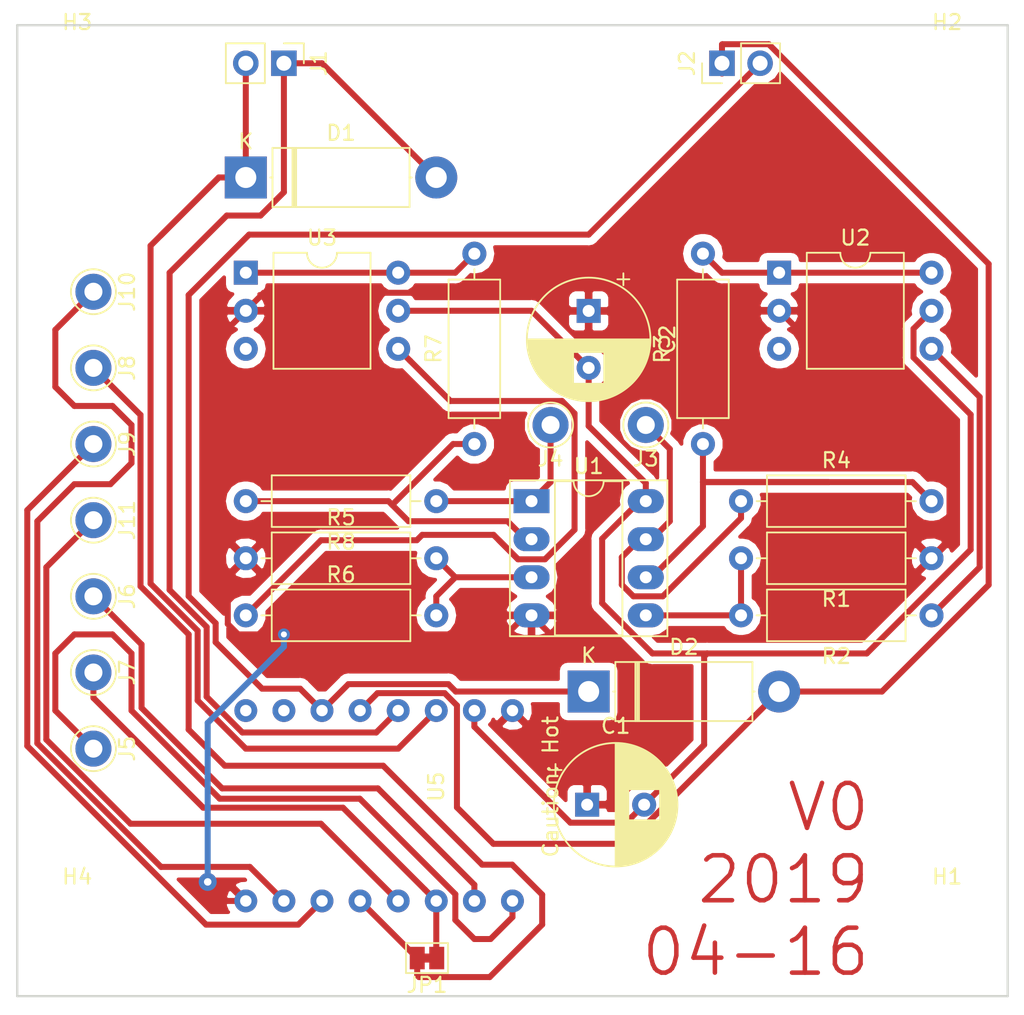
<source format=kicad_pcb>
(kicad_pcb (version 20171130) (host pcbnew "(5.0.1)-4")

  (general
    (thickness 1.6)
    (drawings 5)
    (tracks 237)
    (zones 0)
    (modules 32)
    (nets 28)
  )

  (page A4)
  (layers
    (0 F.Cu signal)
    (31 B.Cu signal)
    (32 B.Adhes user)
    (33 F.Adhes user)
    (34 B.Paste user)
    (35 F.Paste user)
    (36 B.SilkS user)
    (37 F.SilkS user)
    (38 B.Mask user)
    (39 F.Mask user)
    (40 Dwgs.User user)
    (41 Cmts.User user)
    (42 Eco1.User user)
    (43 Eco2.User user)
    (44 Edge.Cuts user)
    (45 Margin user)
    (46 B.CrtYd user)
    (47 F.CrtYd user)
    (48 B.Fab user)
    (49 F.Fab user)
  )

  (setup
    (last_trace_width 0.4)
    (trace_clearance 0.2)
    (zone_clearance 0.508)
    (zone_45_only no)
    (trace_min 0.2)
    (segment_width 0.2)
    (edge_width 0.15)
    (via_size 1.2)
    (via_drill 0.5)
    (via_min_size 0.4)
    (via_min_drill 0.3)
    (uvia_size 0.3)
    (uvia_drill 0.1)
    (uvias_allowed no)
    (uvia_min_size 0.2)
    (uvia_min_drill 0.1)
    (pcb_text_width 0.3)
    (pcb_text_size 1.5 1.5)
    (mod_edge_width 0.15)
    (mod_text_size 1 1)
    (mod_text_width 0.15)
    (pad_size 1.524 1.524)
    (pad_drill 0.762)
    (pad_to_mask_clearance 0.051)
    (solder_mask_min_width 0.25)
    (aux_axis_origin 0 0)
    (visible_elements FFFFFF7F)
    (pcbplotparams
      (layerselection 0x010fc_ffffffff)
      (usegerberextensions false)
      (usegerberattributes false)
      (usegerberadvancedattributes false)
      (creategerberjobfile false)
      (excludeedgelayer true)
      (linewidth 0.100000)
      (plotframeref false)
      (viasonmask false)
      (mode 1)
      (useauxorigin false)
      (hpglpennumber 1)
      (hpglpenspeed 20)
      (hpglpendiameter 15.000000)
      (psnegative false)
      (psa4output false)
      (plotreference true)
      (plotvalue true)
      (plotinvisibletext false)
      (padsonsilk false)
      (subtractmaskfromsilk false)
      (outputformat 1)
      (mirror false)
      (drillshape 1)
      (scaleselection 1)
      (outputdirectory ""))
  )

  (net 0 "")
  (net 1 VCC)
  (net 2 GND)
  (net 3 "Net-(D1-Pad1)")
  (net 4 "Net-(D1-Pad2)")
  (net 5 "Net-(D2-Pad2)")
  (net 6 "Net-(D2-Pad1)")
  (net 7 "Net-(R1-Pad2)")
  (net 8 "Net-(R2-Pad1)")
  (net 9 "Net-(R3-Pad2)")
  (net 10 "Net-(R3-Pad1)")
  (net 11 "Net-(R5-Pad2)")
  (net 12 "Net-(R6-Pad1)")
  (net 13 "Net-(R7-Pad1)")
  (net 14 "Net-(R7-Pad2)")
  (net 15 "Net-(U2-Pad3)")
  (net 16 "Net-(U3-Pad3)")
  (net 17 +12V)
  (net 18 "Net-(U5-Pad8)")
  (net 19 /stby)
  (net 20 "Net-(J3-Pad1)")
  (net 21 "Net-(J4-Pad1)")
  (net 22 "Net-(J5-Pad1)")
  (net 23 "Net-(J6-Pad1)")
  (net 24 "Net-(J7-Pad1)")
  (net 25 "Net-(J8-Pad1)")
  (net 26 "Net-(J9-Pad1)")
  (net 27 "Net-(J10-Pad1)")

  (net_class Default "This is the default net class."
    (clearance 0.2)
    (trace_width 0.4)
    (via_dia 1.2)
    (via_drill 0.5)
    (uvia_dia 0.3)
    (uvia_drill 0.1)
    (add_net /stby)
    (add_net GND)
    (add_net "Net-(D1-Pad1)")
    (add_net "Net-(D1-Pad2)")
    (add_net "Net-(D2-Pad1)")
    (add_net "Net-(D2-Pad2)")
    (add_net "Net-(J10-Pad1)")
    (add_net "Net-(J3-Pad1)")
    (add_net "Net-(J4-Pad1)")
    (add_net "Net-(J5-Pad1)")
    (add_net "Net-(J6-Pad1)")
    (add_net "Net-(J7-Pad1)")
    (add_net "Net-(J8-Pad1)")
    (add_net "Net-(J9-Pad1)")
    (add_net "Net-(R1-Pad2)")
    (add_net "Net-(R2-Pad1)")
    (add_net "Net-(R3-Pad1)")
    (add_net "Net-(R3-Pad2)")
    (add_net "Net-(R5-Pad2)")
    (add_net "Net-(R6-Pad1)")
    (add_net "Net-(R7-Pad1)")
    (add_net "Net-(R7-Pad2)")
    (add_net "Net-(U2-Pad3)")
    (add_net "Net-(U3-Pad3)")
    (add_net "Net-(U5-Pad8)")
    (add_net VCC)
  )

  (net_class powers ""
    (clearance 0.5)
    (trace_width 0.7)
    (via_dia 0.8)
    (via_drill 0.4)
    (uvia_dia 0.3)
    (uvia_drill 0.1)
    (add_net +12V)
  )

  (module Pololu713_breakout:pololu713 (layer F.Cu) (tedit 5CB5C127) (tstamp 5CB5D834)
    (at 33.02 45.72 270)
    (path /5CB5ABE5)
    (fp_text reference U5 (at 5.08 5.08 270) (layer F.SilkS)
      (effects (font (size 1 1) (thickness 0.15)))
    )
    (fp_text value Pololu-713 (at 10.16 7.62 180) (layer F.Fab)
      (effects (font (size 1 1) (thickness 0.15)))
    )
    (fp_text user "Caution: Hot" (at 5.08 -2.54 270) (layer F.SilkS)
      (effects (font (size 1 1) (thickness 0.15)))
    )
    (pad 1 thru_hole circle (at 0 0 270) (size 1.524 1.524) (drill 0.762) (layers *.Cu *.Mask)
      (net 2 GND))
    (pad 2 thru_hole circle (at 0 2.54 270) (size 1.524 1.524) (drill 0.762) (layers *.Cu *.Mask)
      (net 1 VCC))
    (pad 3 thru_hole circle (at 0 5.08 270) (size 1.524 1.524) (drill 0.762) (layers *.Cu *.Mask)
      (net 3 "Net-(D1-Pad1)"))
    (pad 4 thru_hole circle (at 0 7.62 270) (size 1.524 1.524) (drill 0.762) (layers *.Cu *.Mask)
      (net 4 "Net-(D1-Pad2)"))
    (pad 5 thru_hole circle (at 0 10.16 270) (size 1.524 1.524) (drill 0.762) (layers *.Cu *.Mask)
      (net 5 "Net-(D2-Pad2)"))
    (pad 6 thru_hole circle (at 0 12.7 270) (size 1.524 1.524) (drill 0.762) (layers *.Cu *.Mask)
      (net 6 "Net-(D2-Pad1)"))
    (pad 7 thru_hole circle (at 0 15.24 270) (size 1.524 1.524) (drill 0.762) (layers *.Cu *.Mask)
      (net 17 +12V))
    (pad 8 thru_hole circle (at 0 17.78 270) (size 1.524 1.524) (drill 0.762) (layers *.Cu *.Mask)
      (net 18 "Net-(U5-Pad8)"))
    (pad 9 thru_hole circle (at 12.7 17.78 270) (size 1.524 1.524) (drill 0.762) (layers *.Cu *.Mask)
      (net 2 GND))
    (pad 10 thru_hole circle (at 12.7 15.24 270) (size 1.524 1.524) (drill 0.762) (layers *.Cu *.Mask)
      (net 27 "Net-(J10-Pad1)"))
    (pad 11 thru_hole circle (at 12.7 12.7 270) (size 1.524 1.524) (drill 0.762) (layers *.Cu *.Mask)
      (net 26 "Net-(J9-Pad1)"))
    (pad 12 thru_hole circle (at 12.7 10.16 270) (size 1.524 1.524) (drill 0.762) (layers *.Cu *.Mask)
      (net 25 "Net-(J8-Pad1)"))
    (pad 13 thru_hole circle (at 12.7 7.62 270) (size 1.524 1.524) (drill 0.762) (layers *.Cu *.Mask)
      (net 19 /stby))
    (pad 14 thru_hole circle (at 12.7 5.08 270) (size 1.524 1.524) (drill 0.762) (layers *.Cu *.Mask)
      (net 24 "Net-(J7-Pad1)"))
    (pad 15 thru_hole circle (at 12.7 2.54 270) (size 1.524 1.524) (drill 0.762) (layers *.Cu *.Mask)
      (net 23 "Net-(J6-Pad1)"))
    (pad 16 thru_hole circle (at 12.7 0 270) (size 1.524 1.524) (drill 0.762) (layers *.Cu *.Mask)
      (net 22 "Net-(J5-Pad1)"))
  )

  (module Resistor_THT:R_Axial_DIN0309_L9.0mm_D3.2mm_P12.70mm_Horizontal (layer F.Cu) (tedit 5AE5139B) (tstamp 5CB63000)
    (at 45.72 27.94 90)
    (descr "Resistor, Axial_DIN0309 series, Axial, Horizontal, pin pitch=12.7mm, 0.5W = 1/2W, length*diameter=9*3.2mm^2, http://cdn-reichelt.de/documents/datenblatt/B400/1_4W%23YAG.pdf")
    (tags "Resistor Axial_DIN0309 series Axial Horizontal pin pitch 12.7mm 0.5W = 1/2W length 9mm diameter 3.2mm")
    (path /5CB72FFF)
    (fp_text reference R3 (at 6.35 -2.72 90) (layer F.SilkS)
      (effects (font (size 1 1) (thickness 0.15)))
    )
    (fp_text value 3.3K (at 6.35 2.72 90) (layer F.Fab)
      (effects (font (size 1 1) (thickness 0.15)))
    )
    (fp_text user %R (at 6.544999 0 90) (layer F.Fab)
      (effects (font (size 1 1) (thickness 0.15)))
    )
    (fp_line (start 13.75 -1.85) (end -1.05 -1.85) (layer F.CrtYd) (width 0.05))
    (fp_line (start 13.75 1.85) (end 13.75 -1.85) (layer F.CrtYd) (width 0.05))
    (fp_line (start -1.05 1.85) (end 13.75 1.85) (layer F.CrtYd) (width 0.05))
    (fp_line (start -1.05 -1.85) (end -1.05 1.85) (layer F.CrtYd) (width 0.05))
    (fp_line (start 11.66 0) (end 10.97 0) (layer F.SilkS) (width 0.12))
    (fp_line (start 1.04 0) (end 1.73 0) (layer F.SilkS) (width 0.12))
    (fp_line (start 10.97 -1.72) (end 1.73 -1.72) (layer F.SilkS) (width 0.12))
    (fp_line (start 10.97 1.72) (end 10.97 -1.72) (layer F.SilkS) (width 0.12))
    (fp_line (start 1.73 1.72) (end 10.97 1.72) (layer F.SilkS) (width 0.12))
    (fp_line (start 1.73 -1.72) (end 1.73 1.72) (layer F.SilkS) (width 0.12))
    (fp_line (start 12.7 0) (end 10.85 0) (layer F.Fab) (width 0.1))
    (fp_line (start 0 0) (end 1.85 0) (layer F.Fab) (width 0.1))
    (fp_line (start 10.85 -1.6) (end 1.85 -1.6) (layer F.Fab) (width 0.1))
    (fp_line (start 10.85 1.6) (end 10.85 -1.6) (layer F.Fab) (width 0.1))
    (fp_line (start 1.85 1.6) (end 10.85 1.6) (layer F.Fab) (width 0.1))
    (fp_line (start 1.85 -1.6) (end 1.85 1.6) (layer F.Fab) (width 0.1))
    (pad 2 thru_hole oval (at 12.7 0 90) (size 1.6 1.6) (drill 0.8) (layers *.Cu *.Mask)
      (net 9 "Net-(R3-Pad2)"))
    (pad 1 thru_hole circle (at 0 0 90) (size 1.6 1.6) (drill 0.8) (layers *.Cu *.Mask)
      (net 10 "Net-(R3-Pad1)"))
    (model ${KISYS3DMOD}/Resistor_THT.3dshapes/R_Axial_DIN0309_L9.0mm_D3.2mm_P12.70mm_Horizontal.wrl
      (at (xyz 0 0 0))
      (scale (xyz 1 1 1))
      (rotate (xyz 0 0 0))
    )
  )

  (module Package_DIP:DIP-8_W7.62mm_Socket_LongPads (layer F.Cu) (tedit 5A02E8C5) (tstamp 5CB5D1BC)
    (at 34.29 31.75)
    (descr "8-lead though-hole mounted DIP package, row spacing 7.62 mm (300 mils), Socket, LongPads")
    (tags "THT DIP DIL PDIP 2.54mm 7.62mm 300mil Socket LongPads")
    (path /5CB5AD09)
    (fp_text reference U1 (at 3.81 -2.33) (layer F.SilkS)
      (effects (font (size 1 1) (thickness 0.15)))
    )
    (fp_text value LM358 (at 2.764999 9.864999) (layer F.Fab)
      (effects (font (size 1 1) (thickness 0.15)))
    )
    (fp_arc (start 3.81 -1.33) (end 2.81 -1.33) (angle -180) (layer F.SilkS) (width 0.12))
    (fp_line (start 1.635 -1.27) (end 6.985 -1.27) (layer F.Fab) (width 0.1))
    (fp_line (start 6.985 -1.27) (end 6.985 8.89) (layer F.Fab) (width 0.1))
    (fp_line (start 6.985 8.89) (end 0.635 8.89) (layer F.Fab) (width 0.1))
    (fp_line (start 0.635 8.89) (end 0.635 -0.27) (layer F.Fab) (width 0.1))
    (fp_line (start 0.635 -0.27) (end 1.635 -1.27) (layer F.Fab) (width 0.1))
    (fp_line (start -1.27 -1.33) (end -1.27 8.95) (layer F.Fab) (width 0.1))
    (fp_line (start -1.27 8.95) (end 8.89 8.95) (layer F.Fab) (width 0.1))
    (fp_line (start 8.89 8.95) (end 8.89 -1.33) (layer F.Fab) (width 0.1))
    (fp_line (start 8.89 -1.33) (end -1.27 -1.33) (layer F.Fab) (width 0.1))
    (fp_line (start 2.81 -1.33) (end 1.56 -1.33) (layer F.SilkS) (width 0.12))
    (fp_line (start 1.56 -1.33) (end 1.56 8.95) (layer F.SilkS) (width 0.12))
    (fp_line (start 1.56 8.95) (end 6.06 8.95) (layer F.SilkS) (width 0.12))
    (fp_line (start 6.06 8.95) (end 6.06 -1.33) (layer F.SilkS) (width 0.12))
    (fp_line (start 6.06 -1.33) (end 4.81 -1.33) (layer F.SilkS) (width 0.12))
    (fp_line (start -1.44 -1.39) (end -1.44 9.01) (layer F.SilkS) (width 0.12))
    (fp_line (start -1.44 9.01) (end 9.06 9.01) (layer F.SilkS) (width 0.12))
    (fp_line (start 9.06 9.01) (end 9.06 -1.39) (layer F.SilkS) (width 0.12))
    (fp_line (start 9.06 -1.39) (end -1.44 -1.39) (layer F.SilkS) (width 0.12))
    (fp_line (start -1.55 -1.6) (end -1.55 9.2) (layer F.CrtYd) (width 0.05))
    (fp_line (start -1.55 9.2) (end 9.15 9.2) (layer F.CrtYd) (width 0.05))
    (fp_line (start 9.15 9.2) (end 9.15 -1.6) (layer F.CrtYd) (width 0.05))
    (fp_line (start 9.15 -1.6) (end -1.55 -1.6) (layer F.CrtYd) (width 0.05))
    (fp_text user %R (at 3.81 3.81) (layer F.Fab)
      (effects (font (size 1 1) (thickness 0.15)))
    )
    (pad 1 thru_hole rect (at 0 0) (size 2.4 1.6) (drill 0.8) (layers *.Cu *.Mask)
      (net 21 "Net-(J4-Pad1)"))
    (pad 5 thru_hole oval (at 7.62 7.62) (size 2.4 1.6) (drill 0.8) (layers *.Cu *.Mask)
      (net 7 "Net-(R1-Pad2)"))
    (pad 2 thru_hole oval (at 0 2.54) (size 2.4 1.6) (drill 0.8) (layers *.Cu *.Mask)
      (net 13 "Net-(R7-Pad1)"))
    (pad 6 thru_hole oval (at 7.62 5.08) (size 2.4 1.6) (drill 0.8) (layers *.Cu *.Mask)
      (net 10 "Net-(R3-Pad1)"))
    (pad 3 thru_hole oval (at 0 5.08) (size 2.4 1.6) (drill 0.8) (layers *.Cu *.Mask)
      (net 11 "Net-(R5-Pad2)"))
    (pad 7 thru_hole oval (at 7.62 2.54) (size 2.4 1.6) (drill 0.8) (layers *.Cu *.Mask)
      (net 20 "Net-(J3-Pad1)"))
    (pad 4 thru_hole oval (at 0 7.62) (size 2.4 1.6) (drill 0.8) (layers *.Cu *.Mask)
      (net 2 GND))
    (pad 8 thru_hole oval (at 7.62 0) (size 2.4 1.6) (drill 0.8) (layers *.Cu *.Mask)
      (net 1 VCC))
    (model ${KISYS3DMOD}/Package_DIP.3dshapes/DIP-8_W7.62mm_Socket.wrl
      (at (xyz 0 0 0))
      (scale (xyz 1 1 1))
      (rotate (xyz 0 0 0))
    )
  )

  (module Capacitor_THT:CP_Radial_D8.0mm_P3.80mm (layer F.Cu) (tedit 5AE50EF0) (tstamp 5CB5CFD6)
    (at 38 52)
    (descr "CP, Radial series, Radial, pin pitch=3.80mm, , diameter=8mm, Electrolytic Capacitor")
    (tags "CP Radial series Radial pin pitch 3.80mm  diameter 8mm Electrolytic Capacitor")
    (path /5CB5D66C)
    (fp_text reference C1 (at 1.9 -5.25) (layer F.SilkS)
      (effects (font (size 1 1) (thickness 0.15)))
    )
    (fp_text value "100uF 25v" (at 1.9 5.25) (layer F.Fab)
      (effects (font (size 1 1) (thickness 0.15)))
    )
    (fp_text user %R (at 1.9 0) (layer F.Fab)
      (effects (font (size 1 1) (thickness 0.15)))
    )
    (fp_line (start -2.109698 -2.715) (end -2.109698 -1.915) (layer F.SilkS) (width 0.12))
    (fp_line (start -2.509698 -2.315) (end -1.709698 -2.315) (layer F.SilkS) (width 0.12))
    (fp_line (start 5.981 -0.533) (end 5.981 0.533) (layer F.SilkS) (width 0.12))
    (fp_line (start 5.941 -0.768) (end 5.941 0.768) (layer F.SilkS) (width 0.12))
    (fp_line (start 5.901 -0.948) (end 5.901 0.948) (layer F.SilkS) (width 0.12))
    (fp_line (start 5.861 -1.098) (end 5.861 1.098) (layer F.SilkS) (width 0.12))
    (fp_line (start 5.821 -1.229) (end 5.821 1.229) (layer F.SilkS) (width 0.12))
    (fp_line (start 5.781 -1.346) (end 5.781 1.346) (layer F.SilkS) (width 0.12))
    (fp_line (start 5.741 -1.453) (end 5.741 1.453) (layer F.SilkS) (width 0.12))
    (fp_line (start 5.701 -1.552) (end 5.701 1.552) (layer F.SilkS) (width 0.12))
    (fp_line (start 5.661 -1.645) (end 5.661 1.645) (layer F.SilkS) (width 0.12))
    (fp_line (start 5.621 -1.731) (end 5.621 1.731) (layer F.SilkS) (width 0.12))
    (fp_line (start 5.581 -1.813) (end 5.581 1.813) (layer F.SilkS) (width 0.12))
    (fp_line (start 5.541 -1.89) (end 5.541 1.89) (layer F.SilkS) (width 0.12))
    (fp_line (start 5.501 -1.964) (end 5.501 1.964) (layer F.SilkS) (width 0.12))
    (fp_line (start 5.461 -2.034) (end 5.461 2.034) (layer F.SilkS) (width 0.12))
    (fp_line (start 5.421 -2.102) (end 5.421 2.102) (layer F.SilkS) (width 0.12))
    (fp_line (start 5.381 -2.166) (end 5.381 2.166) (layer F.SilkS) (width 0.12))
    (fp_line (start 5.341 -2.228) (end 5.341 2.228) (layer F.SilkS) (width 0.12))
    (fp_line (start 5.301 -2.287) (end 5.301 2.287) (layer F.SilkS) (width 0.12))
    (fp_line (start 5.261 -2.345) (end 5.261 2.345) (layer F.SilkS) (width 0.12))
    (fp_line (start 5.221 -2.4) (end 5.221 2.4) (layer F.SilkS) (width 0.12))
    (fp_line (start 5.181 -2.454) (end 5.181 2.454) (layer F.SilkS) (width 0.12))
    (fp_line (start 5.141 -2.505) (end 5.141 2.505) (layer F.SilkS) (width 0.12))
    (fp_line (start 5.101 -2.556) (end 5.101 2.556) (layer F.SilkS) (width 0.12))
    (fp_line (start 5.061 -2.604) (end 5.061 2.604) (layer F.SilkS) (width 0.12))
    (fp_line (start 5.021 -2.651) (end 5.021 2.651) (layer F.SilkS) (width 0.12))
    (fp_line (start 4.981 -2.697) (end 4.981 2.697) (layer F.SilkS) (width 0.12))
    (fp_line (start 4.941 -2.741) (end 4.941 2.741) (layer F.SilkS) (width 0.12))
    (fp_line (start 4.901 -2.784) (end 4.901 2.784) (layer F.SilkS) (width 0.12))
    (fp_line (start 4.861 -2.826) (end 4.861 2.826) (layer F.SilkS) (width 0.12))
    (fp_line (start 4.821 1.04) (end 4.821 2.867) (layer F.SilkS) (width 0.12))
    (fp_line (start 4.821 -2.867) (end 4.821 -1.04) (layer F.SilkS) (width 0.12))
    (fp_line (start 4.781 1.04) (end 4.781 2.907) (layer F.SilkS) (width 0.12))
    (fp_line (start 4.781 -2.907) (end 4.781 -1.04) (layer F.SilkS) (width 0.12))
    (fp_line (start 4.741 1.04) (end 4.741 2.945) (layer F.SilkS) (width 0.12))
    (fp_line (start 4.741 -2.945) (end 4.741 -1.04) (layer F.SilkS) (width 0.12))
    (fp_line (start 4.701 1.04) (end 4.701 2.983) (layer F.SilkS) (width 0.12))
    (fp_line (start 4.701 -2.983) (end 4.701 -1.04) (layer F.SilkS) (width 0.12))
    (fp_line (start 4.661 1.04) (end 4.661 3.019) (layer F.SilkS) (width 0.12))
    (fp_line (start 4.661 -3.019) (end 4.661 -1.04) (layer F.SilkS) (width 0.12))
    (fp_line (start 4.621 1.04) (end 4.621 3.055) (layer F.SilkS) (width 0.12))
    (fp_line (start 4.621 -3.055) (end 4.621 -1.04) (layer F.SilkS) (width 0.12))
    (fp_line (start 4.581 1.04) (end 4.581 3.09) (layer F.SilkS) (width 0.12))
    (fp_line (start 4.581 -3.09) (end 4.581 -1.04) (layer F.SilkS) (width 0.12))
    (fp_line (start 4.541 1.04) (end 4.541 3.124) (layer F.SilkS) (width 0.12))
    (fp_line (start 4.541 -3.124) (end 4.541 -1.04) (layer F.SilkS) (width 0.12))
    (fp_line (start 4.501 1.04) (end 4.501 3.156) (layer F.SilkS) (width 0.12))
    (fp_line (start 4.501 -3.156) (end 4.501 -1.04) (layer F.SilkS) (width 0.12))
    (fp_line (start 4.461 1.04) (end 4.461 3.189) (layer F.SilkS) (width 0.12))
    (fp_line (start 4.461 -3.189) (end 4.461 -1.04) (layer F.SilkS) (width 0.12))
    (fp_line (start 4.421 1.04) (end 4.421 3.22) (layer F.SilkS) (width 0.12))
    (fp_line (start 4.421 -3.22) (end 4.421 -1.04) (layer F.SilkS) (width 0.12))
    (fp_line (start 4.381 1.04) (end 4.381 3.25) (layer F.SilkS) (width 0.12))
    (fp_line (start 4.381 -3.25) (end 4.381 -1.04) (layer F.SilkS) (width 0.12))
    (fp_line (start 4.341 1.04) (end 4.341 3.28) (layer F.SilkS) (width 0.12))
    (fp_line (start 4.341 -3.28) (end 4.341 -1.04) (layer F.SilkS) (width 0.12))
    (fp_line (start 4.301 1.04) (end 4.301 3.309) (layer F.SilkS) (width 0.12))
    (fp_line (start 4.301 -3.309) (end 4.301 -1.04) (layer F.SilkS) (width 0.12))
    (fp_line (start 4.261 1.04) (end 4.261 3.338) (layer F.SilkS) (width 0.12))
    (fp_line (start 4.261 -3.338) (end 4.261 -1.04) (layer F.SilkS) (width 0.12))
    (fp_line (start 4.221 1.04) (end 4.221 3.365) (layer F.SilkS) (width 0.12))
    (fp_line (start 4.221 -3.365) (end 4.221 -1.04) (layer F.SilkS) (width 0.12))
    (fp_line (start 4.181 1.04) (end 4.181 3.392) (layer F.SilkS) (width 0.12))
    (fp_line (start 4.181 -3.392) (end 4.181 -1.04) (layer F.SilkS) (width 0.12))
    (fp_line (start 4.141 1.04) (end 4.141 3.418) (layer F.SilkS) (width 0.12))
    (fp_line (start 4.141 -3.418) (end 4.141 -1.04) (layer F.SilkS) (width 0.12))
    (fp_line (start 4.101 1.04) (end 4.101 3.444) (layer F.SilkS) (width 0.12))
    (fp_line (start 4.101 -3.444) (end 4.101 -1.04) (layer F.SilkS) (width 0.12))
    (fp_line (start 4.061 1.04) (end 4.061 3.469) (layer F.SilkS) (width 0.12))
    (fp_line (start 4.061 -3.469) (end 4.061 -1.04) (layer F.SilkS) (width 0.12))
    (fp_line (start 4.021 1.04) (end 4.021 3.493) (layer F.SilkS) (width 0.12))
    (fp_line (start 4.021 -3.493) (end 4.021 -1.04) (layer F.SilkS) (width 0.12))
    (fp_line (start 3.981 1.04) (end 3.981 3.517) (layer F.SilkS) (width 0.12))
    (fp_line (start 3.981 -3.517) (end 3.981 -1.04) (layer F.SilkS) (width 0.12))
    (fp_line (start 3.941 1.04) (end 3.941 3.54) (layer F.SilkS) (width 0.12))
    (fp_line (start 3.941 -3.54) (end 3.941 -1.04) (layer F.SilkS) (width 0.12))
    (fp_line (start 3.901 1.04) (end 3.901 3.562) (layer F.SilkS) (width 0.12))
    (fp_line (start 3.901 -3.562) (end 3.901 -1.04) (layer F.SilkS) (width 0.12))
    (fp_line (start 3.861 1.04) (end 3.861 3.584) (layer F.SilkS) (width 0.12))
    (fp_line (start 3.861 -3.584) (end 3.861 -1.04) (layer F.SilkS) (width 0.12))
    (fp_line (start 3.821 1.04) (end 3.821 3.606) (layer F.SilkS) (width 0.12))
    (fp_line (start 3.821 -3.606) (end 3.821 -1.04) (layer F.SilkS) (width 0.12))
    (fp_line (start 3.781 1.04) (end 3.781 3.627) (layer F.SilkS) (width 0.12))
    (fp_line (start 3.781 -3.627) (end 3.781 -1.04) (layer F.SilkS) (width 0.12))
    (fp_line (start 3.741 1.04) (end 3.741 3.647) (layer F.SilkS) (width 0.12))
    (fp_line (start 3.741 -3.647) (end 3.741 -1.04) (layer F.SilkS) (width 0.12))
    (fp_line (start 3.701 1.04) (end 3.701 3.666) (layer F.SilkS) (width 0.12))
    (fp_line (start 3.701 -3.666) (end 3.701 -1.04) (layer F.SilkS) (width 0.12))
    (fp_line (start 3.661 1.04) (end 3.661 3.686) (layer F.SilkS) (width 0.12))
    (fp_line (start 3.661 -3.686) (end 3.661 -1.04) (layer F.SilkS) (width 0.12))
    (fp_line (start 3.621 1.04) (end 3.621 3.704) (layer F.SilkS) (width 0.12))
    (fp_line (start 3.621 -3.704) (end 3.621 -1.04) (layer F.SilkS) (width 0.12))
    (fp_line (start 3.581 1.04) (end 3.581 3.722) (layer F.SilkS) (width 0.12))
    (fp_line (start 3.581 -3.722) (end 3.581 -1.04) (layer F.SilkS) (width 0.12))
    (fp_line (start 3.541 1.04) (end 3.541 3.74) (layer F.SilkS) (width 0.12))
    (fp_line (start 3.541 -3.74) (end 3.541 -1.04) (layer F.SilkS) (width 0.12))
    (fp_line (start 3.501 1.04) (end 3.501 3.757) (layer F.SilkS) (width 0.12))
    (fp_line (start 3.501 -3.757) (end 3.501 -1.04) (layer F.SilkS) (width 0.12))
    (fp_line (start 3.461 1.04) (end 3.461 3.774) (layer F.SilkS) (width 0.12))
    (fp_line (start 3.461 -3.774) (end 3.461 -1.04) (layer F.SilkS) (width 0.12))
    (fp_line (start 3.421 1.04) (end 3.421 3.79) (layer F.SilkS) (width 0.12))
    (fp_line (start 3.421 -3.79) (end 3.421 -1.04) (layer F.SilkS) (width 0.12))
    (fp_line (start 3.381 1.04) (end 3.381 3.805) (layer F.SilkS) (width 0.12))
    (fp_line (start 3.381 -3.805) (end 3.381 -1.04) (layer F.SilkS) (width 0.12))
    (fp_line (start 3.341 1.04) (end 3.341 3.821) (layer F.SilkS) (width 0.12))
    (fp_line (start 3.341 -3.821) (end 3.341 -1.04) (layer F.SilkS) (width 0.12))
    (fp_line (start 3.301 1.04) (end 3.301 3.835) (layer F.SilkS) (width 0.12))
    (fp_line (start 3.301 -3.835) (end 3.301 -1.04) (layer F.SilkS) (width 0.12))
    (fp_line (start 3.261 1.04) (end 3.261 3.85) (layer F.SilkS) (width 0.12))
    (fp_line (start 3.261 -3.85) (end 3.261 -1.04) (layer F.SilkS) (width 0.12))
    (fp_line (start 3.221 1.04) (end 3.221 3.863) (layer F.SilkS) (width 0.12))
    (fp_line (start 3.221 -3.863) (end 3.221 -1.04) (layer F.SilkS) (width 0.12))
    (fp_line (start 3.181 1.04) (end 3.181 3.877) (layer F.SilkS) (width 0.12))
    (fp_line (start 3.181 -3.877) (end 3.181 -1.04) (layer F.SilkS) (width 0.12))
    (fp_line (start 3.141 1.04) (end 3.141 3.889) (layer F.SilkS) (width 0.12))
    (fp_line (start 3.141 -3.889) (end 3.141 -1.04) (layer F.SilkS) (width 0.12))
    (fp_line (start 3.101 1.04) (end 3.101 3.902) (layer F.SilkS) (width 0.12))
    (fp_line (start 3.101 -3.902) (end 3.101 -1.04) (layer F.SilkS) (width 0.12))
    (fp_line (start 3.061 1.04) (end 3.061 3.914) (layer F.SilkS) (width 0.12))
    (fp_line (start 3.061 -3.914) (end 3.061 -1.04) (layer F.SilkS) (width 0.12))
    (fp_line (start 3.021 1.04) (end 3.021 3.925) (layer F.SilkS) (width 0.12))
    (fp_line (start 3.021 -3.925) (end 3.021 -1.04) (layer F.SilkS) (width 0.12))
    (fp_line (start 2.981 1.04) (end 2.981 3.936) (layer F.SilkS) (width 0.12))
    (fp_line (start 2.981 -3.936) (end 2.981 -1.04) (layer F.SilkS) (width 0.12))
    (fp_line (start 2.941 1.04) (end 2.941 3.947) (layer F.SilkS) (width 0.12))
    (fp_line (start 2.941 -3.947) (end 2.941 -1.04) (layer F.SilkS) (width 0.12))
    (fp_line (start 2.901 1.04) (end 2.901 3.957) (layer F.SilkS) (width 0.12))
    (fp_line (start 2.901 -3.957) (end 2.901 -1.04) (layer F.SilkS) (width 0.12))
    (fp_line (start 2.861 1.04) (end 2.861 3.967) (layer F.SilkS) (width 0.12))
    (fp_line (start 2.861 -3.967) (end 2.861 -1.04) (layer F.SilkS) (width 0.12))
    (fp_line (start 2.821 1.04) (end 2.821 3.976) (layer F.SilkS) (width 0.12))
    (fp_line (start 2.821 -3.976) (end 2.821 -1.04) (layer F.SilkS) (width 0.12))
    (fp_line (start 2.781 1.04) (end 2.781 3.985) (layer F.SilkS) (width 0.12))
    (fp_line (start 2.781 -3.985) (end 2.781 -1.04) (layer F.SilkS) (width 0.12))
    (fp_line (start 2.741 -3.994) (end 2.741 3.994) (layer F.SilkS) (width 0.12))
    (fp_line (start 2.701 -4.002) (end 2.701 4.002) (layer F.SilkS) (width 0.12))
    (fp_line (start 2.661 -4.01) (end 2.661 4.01) (layer F.SilkS) (width 0.12))
    (fp_line (start 2.621 -4.017) (end 2.621 4.017) (layer F.SilkS) (width 0.12))
    (fp_line (start 2.58 -4.024) (end 2.58 4.024) (layer F.SilkS) (width 0.12))
    (fp_line (start 2.54 -4.03) (end 2.54 4.03) (layer F.SilkS) (width 0.12))
    (fp_line (start 2.5 -4.037) (end 2.5 4.037) (layer F.SilkS) (width 0.12))
    (fp_line (start 2.46 -4.042) (end 2.46 4.042) (layer F.SilkS) (width 0.12))
    (fp_line (start 2.42 -4.048) (end 2.42 4.048) (layer F.SilkS) (width 0.12))
    (fp_line (start 2.38 -4.052) (end 2.38 4.052) (layer F.SilkS) (width 0.12))
    (fp_line (start 2.34 -4.057) (end 2.34 4.057) (layer F.SilkS) (width 0.12))
    (fp_line (start 2.3 -4.061) (end 2.3 4.061) (layer F.SilkS) (width 0.12))
    (fp_line (start 2.26 -4.065) (end 2.26 4.065) (layer F.SilkS) (width 0.12))
    (fp_line (start 2.22 -4.068) (end 2.22 4.068) (layer F.SilkS) (width 0.12))
    (fp_line (start 2.18 -4.071) (end 2.18 4.071) (layer F.SilkS) (width 0.12))
    (fp_line (start 2.14 -4.074) (end 2.14 4.074) (layer F.SilkS) (width 0.12))
    (fp_line (start 2.1 -4.076) (end 2.1 4.076) (layer F.SilkS) (width 0.12))
    (fp_line (start 2.06 -4.077) (end 2.06 4.077) (layer F.SilkS) (width 0.12))
    (fp_line (start 2.02 -4.079) (end 2.02 4.079) (layer F.SilkS) (width 0.12))
    (fp_line (start 1.98 -4.08) (end 1.98 4.08) (layer F.SilkS) (width 0.12))
    (fp_line (start 1.94 -4.08) (end 1.94 4.08) (layer F.SilkS) (width 0.12))
    (fp_line (start 1.9 -4.08) (end 1.9 4.08) (layer F.SilkS) (width 0.12))
    (fp_line (start -1.126759 -2.1475) (end -1.126759 -1.3475) (layer F.Fab) (width 0.1))
    (fp_line (start -1.526759 -1.7475) (end -0.726759 -1.7475) (layer F.Fab) (width 0.1))
    (fp_circle (center 1.9 0) (end 6.15 0) (layer F.CrtYd) (width 0.05))
    (fp_circle (center 1.9 0) (end 6.02 0) (layer F.SilkS) (width 0.12))
    (fp_circle (center 1.9 0) (end 5.9 0) (layer F.Fab) (width 0.1))
    (pad 2 thru_hole circle (at 3.8 0) (size 1.6 1.6) (drill 0.8) (layers *.Cu *.Mask)
      (net 1 VCC))
    (pad 1 thru_hole rect (at 0 0) (size 1.6 1.6) (drill 0.8) (layers *.Cu *.Mask)
      (net 2 GND))
    (model ${KISYS3DMOD}/Capacitor_THT.3dshapes/CP_Radial_D8.0mm_P3.80mm.wrl
      (at (xyz 0 0 0))
      (scale (xyz 1 1 1))
      (rotate (xyz 0 0 0))
    )
  )

  (module Jumper:SolderJumper-2_P1.3mm_Bridged_Pad1.0x1.5mm (layer F.Cu) (tedit 5B391424) (tstamp 5CB5D0F7)
    (at 27.32 62.23 180)
    (descr "SMD Solder Jumper, 1x1.5mm Pads, 0.3mm gap, bridged with 1 copper strip")
    (tags "solder jumper open")
    (path /5CB86D71)
    (attr virtual)
    (fp_text reference JP1 (at 0 -1.8 180) (layer F.SilkS)
      (effects (font (size 1 1) (thickness 0.15)))
    )
    (fp_text value "(A,B)IN 1" (at 0 1.9 180) (layer F.Fab)
      (effects (font (size 1 1) (thickness 0.15)))
    )
    (fp_line (start -1.4 1) (end -1.4 -1) (layer F.SilkS) (width 0.12))
    (fp_line (start 1.4 1) (end -1.4 1) (layer F.SilkS) (width 0.12))
    (fp_line (start 1.4 -1) (end 1.4 1) (layer F.SilkS) (width 0.12))
    (fp_line (start -1.4 -1) (end 1.4 -1) (layer F.SilkS) (width 0.12))
    (fp_line (start -1.65 -1.25) (end 1.65 -1.25) (layer F.CrtYd) (width 0.05))
    (fp_line (start -1.65 -1.25) (end -1.65 1.25) (layer F.CrtYd) (width 0.05))
    (fp_line (start 1.65 1.25) (end 1.65 -1.25) (layer F.CrtYd) (width 0.05))
    (fp_line (start 1.65 1.25) (end -1.65 1.25) (layer F.CrtYd) (width 0.05))
    (pad 1 smd custom (at -0.65 0 180) (size 1 1.5) (layers F.Cu F.Mask)
      (net 24 "Net-(J7-Pad1)")
      (options (clearance outline) (anchor rect))
      (primitives
        (gr_poly (pts
           (xy 0.4 -0.3) (xy 0.9 -0.3) (xy 0.9 0.3) (xy 0.4 0.3)) (width 0))
      ))
    (pad 2 smd rect (at 0.65 0 180) (size 1 1.5) (layers F.Cu F.Mask)
      (net 25 "Net-(J8-Pad1)"))
  )

  (module Connector_Pin:Pin_D1.0mm_L10.0mm_LooseFit (layer F.Cu) (tedit 5A1DC085) (tstamp 5CB61B9C)
    (at 5.08 48.26 90)
    (descr "solder Pin_ diameter 1.0mm, hole diameter 1.2mm (loose fit), length 10.0mm")
    (tags "solder Pin_ loose fit")
    (path /5CB61181)
    (fp_text reference J5 (at 0 2.25 90) (layer F.SilkS)
      (effects (font (size 1 1) (thickness 0.15)))
    )
    (fp_text value PWMA (at 0 -2.05 90) (layer F.Fab)
      (effects (font (size 1 1) (thickness 0.15)))
    )
    (fp_text user %R (at 0 2.25 90) (layer F.Fab)
      (effects (font (size 1 1) (thickness 0.15)))
    )
    (fp_circle (center 0 0) (end 1.7 0) (layer F.CrtYd) (width 0.05))
    (fp_circle (center 0 0) (end 0.5 0) (layer F.Fab) (width 0.12))
    (fp_circle (center 0 0) (end 1.2 0) (layer F.Fab) (width 0.12))
    (fp_circle (center 0 0) (end 1.5 0.05) (layer F.SilkS) (width 0.12))
    (pad 1 thru_hole circle (at 0 0 90) (size 2.4 2.4) (drill 1.2) (layers *.Cu *.Mask)
      (net 22 "Net-(J5-Pad1)"))
    (model ${KISYS3DMOD}/Connector_Pin.3dshapes/Pin_D1.0mm_L10.0mm_LooseFit.wrl
      (at (xyz 0 0 0))
      (scale (xyz 1 1 1))
      (rotate (xyz 0 0 0))
    )
  )

  (module Connector_Pin:Pin_D1.0mm_L10.0mm_LooseFit (layer F.Cu) (tedit 5A1DC085) (tstamp 5CB61BB0)
    (at 5.08 43.18 90)
    (descr "solder Pin_ diameter 1.0mm, hole diameter 1.2mm (loose fit), length 10.0mm")
    (tags "solder Pin_ loose fit")
    (path /5CB64012)
    (fp_text reference J7 (at 0 2.25 90) (layer F.SilkS)
      (effects (font (size 1 1) (thickness 0.15)))
    )
    (fp_text value AIN1 (at 0 -2.05 90) (layer F.Fab)
      (effects (font (size 1 1) (thickness 0.15)))
    )
    (fp_circle (center 0 0) (end 1.5 0.05) (layer F.SilkS) (width 0.12))
    (fp_circle (center 0 0) (end 1.2 0) (layer F.Fab) (width 0.12))
    (fp_circle (center 0 0) (end 0.5 0) (layer F.Fab) (width 0.12))
    (fp_circle (center 0 0) (end 1.7 0) (layer F.CrtYd) (width 0.05))
    (fp_text user %R (at 0 2.25 90) (layer F.Fab)
      (effects (font (size 1 1) (thickness 0.15)))
    )
    (pad 1 thru_hole circle (at 0 0 90) (size 2.4 2.4) (drill 1.2) (layers *.Cu *.Mask)
      (net 24 "Net-(J7-Pad1)"))
    (model ${KISYS3DMOD}/Connector_Pin.3dshapes/Pin_D1.0mm_L10.0mm_LooseFit.wrl
      (at (xyz 0 0 0))
      (scale (xyz 1 1 1))
      (rotate (xyz 0 0 0))
    )
  )

  (module Resistor_THT:R_Axial_DIN0309_L9.0mm_D3.2mm_P12.70mm_Horizontal (layer F.Cu) (tedit 5AE5139B) (tstamp 5CB5ED21)
    (at 60.96 35.56 180)
    (descr "Resistor, Axial_DIN0309 series, Axial, Horizontal, pin pitch=12.7mm, 0.5W = 1/2W, length*diameter=9*3.2mm^2, http://cdn-reichelt.de/documents/datenblatt/B400/1_4W%23YAG.pdf")
    (tags "Resistor Axial_DIN0309 series Axial Horizontal pin pitch 12.7mm 0.5W = 1/2W length 9mm diameter 3.2mm")
    (path /5CB75F55)
    (fp_text reference R1 (at 6.35 -2.72 180) (layer F.SilkS)
      (effects (font (size 1 1) (thickness 0.15)))
    )
    (fp_text value 80K (at 6.35 2.72 180) (layer F.Fab)
      (effects (font (size 1 1) (thickness 0.15)))
    )
    (fp_line (start 1.85 -1.6) (end 1.85 1.6) (layer F.Fab) (width 0.1))
    (fp_line (start 1.85 1.6) (end 10.85 1.6) (layer F.Fab) (width 0.1))
    (fp_line (start 10.85 1.6) (end 10.85 -1.6) (layer F.Fab) (width 0.1))
    (fp_line (start 10.85 -1.6) (end 1.85 -1.6) (layer F.Fab) (width 0.1))
    (fp_line (start 0 0) (end 1.85 0) (layer F.Fab) (width 0.1))
    (fp_line (start 12.7 0) (end 10.85 0) (layer F.Fab) (width 0.1))
    (fp_line (start 1.73 -1.72) (end 1.73 1.72) (layer F.SilkS) (width 0.12))
    (fp_line (start 1.73 1.72) (end 10.97 1.72) (layer F.SilkS) (width 0.12))
    (fp_line (start 10.97 1.72) (end 10.97 -1.72) (layer F.SilkS) (width 0.12))
    (fp_line (start 10.97 -1.72) (end 1.73 -1.72) (layer F.SilkS) (width 0.12))
    (fp_line (start 1.04 0) (end 1.73 0) (layer F.SilkS) (width 0.12))
    (fp_line (start 11.66 0) (end 10.97 0) (layer F.SilkS) (width 0.12))
    (fp_line (start -1.05 -1.85) (end -1.05 1.85) (layer F.CrtYd) (width 0.05))
    (fp_line (start -1.05 1.85) (end 13.75 1.85) (layer F.CrtYd) (width 0.05))
    (fp_line (start 13.75 1.85) (end 13.75 -1.85) (layer F.CrtYd) (width 0.05))
    (fp_line (start 13.75 -1.85) (end -1.05 -1.85) (layer F.CrtYd) (width 0.05))
    (fp_text user %R (at 6.35 0 180) (layer F.Fab)
      (effects (font (size 1 1) (thickness 0.15)))
    )
    (pad 1 thru_hole circle (at 0 0 180) (size 1.6 1.6) (drill 0.8) (layers *.Cu *.Mask)
      (net 2 GND))
    (pad 2 thru_hole oval (at 12.7 0 180) (size 1.6 1.6) (drill 0.8) (layers *.Cu *.Mask)
      (net 7 "Net-(R1-Pad2)"))
    (model ${KISYS3DMOD}/Resistor_THT.3dshapes/R_Axial_DIN0309_L9.0mm_D3.2mm_P12.70mm_Horizontal.wrl
      (at (xyz 0 0 0))
      (scale (xyz 1 1 1))
      (rotate (xyz 0 0 0))
    )
  )

  (module Resistor_THT:R_Axial_DIN0309_L9.0mm_D3.2mm_P12.70mm_Horizontal (layer F.Cu) (tedit 5AE5139B) (tstamp 5CB5D153)
    (at 15.24 35.56)
    (descr "Resistor, Axial_DIN0309 series, Axial, Horizontal, pin pitch=12.7mm, 0.5W = 1/2W, length*diameter=9*3.2mm^2, http://cdn-reichelt.de/documents/datenblatt/B400/1_4W%23YAG.pdf")
    (tags "Resistor Axial_DIN0309 series Axial Horizontal pin pitch 12.7mm 0.5W = 1/2W length 9mm diameter 3.2mm")
    (path /5CB749BA)
    (fp_text reference R5 (at 6.35 -2.72) (layer F.SilkS)
      (effects (font (size 1 1) (thickness 0.15)))
    )
    (fp_text value 80K (at 6.35 2.72) (layer F.Fab)
      (effects (font (size 1 1) (thickness 0.15)))
    )
    (fp_line (start 1.85 -1.6) (end 1.85 1.6) (layer F.Fab) (width 0.1))
    (fp_line (start 1.85 1.6) (end 10.85 1.6) (layer F.Fab) (width 0.1))
    (fp_line (start 10.85 1.6) (end 10.85 -1.6) (layer F.Fab) (width 0.1))
    (fp_line (start 10.85 -1.6) (end 1.85 -1.6) (layer F.Fab) (width 0.1))
    (fp_line (start 0 0) (end 1.85 0) (layer F.Fab) (width 0.1))
    (fp_line (start 12.7 0) (end 10.85 0) (layer F.Fab) (width 0.1))
    (fp_line (start 1.73 -1.72) (end 1.73 1.72) (layer F.SilkS) (width 0.12))
    (fp_line (start 1.73 1.72) (end 10.97 1.72) (layer F.SilkS) (width 0.12))
    (fp_line (start 10.97 1.72) (end 10.97 -1.72) (layer F.SilkS) (width 0.12))
    (fp_line (start 10.97 -1.72) (end 1.73 -1.72) (layer F.SilkS) (width 0.12))
    (fp_line (start 1.04 0) (end 1.73 0) (layer F.SilkS) (width 0.12))
    (fp_line (start 11.66 0) (end 10.97 0) (layer F.SilkS) (width 0.12))
    (fp_line (start -1.05 -1.85) (end -1.05 1.85) (layer F.CrtYd) (width 0.05))
    (fp_line (start -1.05 1.85) (end 13.75 1.85) (layer F.CrtYd) (width 0.05))
    (fp_line (start 13.75 1.85) (end 13.75 -1.85) (layer F.CrtYd) (width 0.05))
    (fp_line (start 13.75 -1.85) (end -1.05 -1.85) (layer F.CrtYd) (width 0.05))
    (fp_text user %R (at 6.35 0) (layer F.Fab)
      (effects (font (size 1 1) (thickness 0.15)))
    )
    (pad 1 thru_hole circle (at 0 0) (size 1.6 1.6) (drill 0.8) (layers *.Cu *.Mask)
      (net 2 GND))
    (pad 2 thru_hole oval (at 12.7 0) (size 1.6 1.6) (drill 0.8) (layers *.Cu *.Mask)
      (net 11 "Net-(R5-Pad2)"))
    (model ${KISYS3DMOD}/Resistor_THT.3dshapes/R_Axial_DIN0309_L9.0mm_D3.2mm_P12.70mm_Horizontal.wrl
      (at (xyz 0 0 0))
      (scale (xyz 1 1 1))
      (rotate (xyz 0 0 0))
    )
  )

  (module Resistor_THT:R_Axial_DIN0309_L9.0mm_D3.2mm_P12.70mm_Horizontal (layer F.Cu) (tedit 5AE5139B) (tstamp 5CB62B49)
    (at 30.48 27.94 90)
    (descr "Resistor, Axial_DIN0309 series, Axial, Horizontal, pin pitch=12.7mm, 0.5W = 1/2W, length*diameter=9*3.2mm^2, http://cdn-reichelt.de/documents/datenblatt/B400/1_4W%23YAG.pdf")
    (tags "Resistor Axial_DIN0309 series Axial Horizontal pin pitch 12.7mm 0.5W = 1/2W length 9mm diameter 3.2mm")
    (path /5CB6EB75)
    (fp_text reference R7 (at 6.35 -2.72 90) (layer F.SilkS)
      (effects (font (size 1 1) (thickness 0.15)))
    )
    (fp_text value 3.3K (at 6.35 2.72 90) (layer F.Fab)
      (effects (font (size 1 1) (thickness 0.15)))
    )
    (fp_line (start 1.85 -1.6) (end 1.85 1.6) (layer F.Fab) (width 0.1))
    (fp_line (start 1.85 1.6) (end 10.85 1.6) (layer F.Fab) (width 0.1))
    (fp_line (start 10.85 1.6) (end 10.85 -1.6) (layer F.Fab) (width 0.1))
    (fp_line (start 10.85 -1.6) (end 1.85 -1.6) (layer F.Fab) (width 0.1))
    (fp_line (start 0 0) (end 1.85 0) (layer F.Fab) (width 0.1))
    (fp_line (start 12.7 0) (end 10.85 0) (layer F.Fab) (width 0.1))
    (fp_line (start 1.73 -1.72) (end 1.73 1.72) (layer F.SilkS) (width 0.12))
    (fp_line (start 1.73 1.72) (end 10.97 1.72) (layer F.SilkS) (width 0.12))
    (fp_line (start 10.97 1.72) (end 10.97 -1.72) (layer F.SilkS) (width 0.12))
    (fp_line (start 10.97 -1.72) (end 1.73 -1.72) (layer F.SilkS) (width 0.12))
    (fp_line (start 1.04 0) (end 1.73 0) (layer F.SilkS) (width 0.12))
    (fp_line (start 11.66 0) (end 10.97 0) (layer F.SilkS) (width 0.12))
    (fp_line (start -1.05 -1.85) (end -1.05 1.85) (layer F.CrtYd) (width 0.05))
    (fp_line (start -1.05 1.85) (end 13.75 1.85) (layer F.CrtYd) (width 0.05))
    (fp_line (start 13.75 1.85) (end 13.75 -1.85) (layer F.CrtYd) (width 0.05))
    (fp_line (start 13.75 -1.85) (end -1.05 -1.85) (layer F.CrtYd) (width 0.05))
    (fp_text user %R (at 6.35 0 90) (layer F.Fab)
      (effects (font (size 1 1) (thickness 0.15)))
    )
    (pad 1 thru_hole circle (at 0 0 90) (size 1.6 1.6) (drill 0.8) (layers *.Cu *.Mask)
      (net 13 "Net-(R7-Pad1)"))
    (pad 2 thru_hole oval (at 12.7 0 90) (size 1.6 1.6) (drill 0.8) (layers *.Cu *.Mask)
      (net 14 "Net-(R7-Pad2)"))
    (model ${KISYS3DMOD}/Resistor_THT.3dshapes/R_Axial_DIN0309_L9.0mm_D3.2mm_P12.70mm_Horizontal.wrl
      (at (xyz 0 0 0))
      (scale (xyz 1 1 1))
      (rotate (xyz 0 0 0))
    )
  )

  (module Connector_PinHeader_2.54mm:PinHeader_1x02_P2.54mm_Vertical (layer F.Cu) (tedit 59FED5CC) (tstamp 5CB61E3A)
    (at 46.99 2.54 90)
    (descr "Through hole straight pin header, 1x02, 2.54mm pitch, single row")
    (tags "Through hole pin header THT 1x02 2.54mm single row")
    (path /5CB7EE44)
    (fp_text reference J2 (at 0 -2.33 90) (layer F.SilkS)
      (effects (font (size 1 1) (thickness 0.15)))
    )
    (fp_text value "Solenoid B" (at 0 4.87 90) (layer F.Fab)
      (effects (font (size 1 1) (thickness 0.15)))
    )
    (fp_line (start -0.635 -1.27) (end 1.27 -1.27) (layer F.Fab) (width 0.1))
    (fp_line (start 1.27 -1.27) (end 1.27 3.81) (layer F.Fab) (width 0.1))
    (fp_line (start 1.27 3.81) (end -1.27 3.81) (layer F.Fab) (width 0.1))
    (fp_line (start -1.27 3.81) (end -1.27 -0.635) (layer F.Fab) (width 0.1))
    (fp_line (start -1.27 -0.635) (end -0.635 -1.27) (layer F.Fab) (width 0.1))
    (fp_line (start -1.33 3.87) (end 1.33 3.87) (layer F.SilkS) (width 0.12))
    (fp_line (start -1.33 1.27) (end -1.33 3.87) (layer F.SilkS) (width 0.12))
    (fp_line (start 1.33 1.27) (end 1.33 3.87) (layer F.SilkS) (width 0.12))
    (fp_line (start -1.33 1.27) (end 1.33 1.27) (layer F.SilkS) (width 0.12))
    (fp_line (start -1.33 0) (end -1.33 -1.33) (layer F.SilkS) (width 0.12))
    (fp_line (start -1.33 -1.33) (end 0 -1.33) (layer F.SilkS) (width 0.12))
    (fp_line (start -1.8 -1.8) (end -1.8 4.35) (layer F.CrtYd) (width 0.05))
    (fp_line (start -1.8 4.35) (end 1.8 4.35) (layer F.CrtYd) (width 0.05))
    (fp_line (start 1.8 4.35) (end 1.8 -1.8) (layer F.CrtYd) (width 0.05))
    (fp_line (start 1.8 -1.8) (end -1.8 -1.8) (layer F.CrtYd) (width 0.05))
    (fp_text user %R (at 0 0.635 180) (layer F.Fab)
      (effects (font (size 1 1) (thickness 0.15)))
    )
    (pad 1 thru_hole rect (at 0 0 90) (size 1.7 1.7) (drill 1) (layers *.Cu *.Mask)
      (net 5 "Net-(D2-Pad2)"))
    (pad 2 thru_hole oval (at 0 2.54 90) (size 1.7 1.7) (drill 1) (layers *.Cu *.Mask)
      (net 6 "Net-(D2-Pad1)"))
    (model ${KISYS3DMOD}/Connector_PinHeader_2.54mm.3dshapes/PinHeader_1x02_P2.54mm_Vertical.wrl
      (at (xyz 0 0 0))
      (scale (xyz 1 1 1))
      (rotate (xyz 0 0 0))
    )
  )

  (module Resistor_THT:R_Axial_DIN0309_L9.0mm_D3.2mm_P12.70mm_Horizontal (layer F.Cu) (tedit 5AE5139B) (tstamp 5CB5D10E)
    (at 60.96 39.37 180)
    (descr "Resistor, Axial_DIN0309 series, Axial, Horizontal, pin pitch=12.7mm, 0.5W = 1/2W, length*diameter=9*3.2mm^2, http://cdn-reichelt.de/documents/datenblatt/B400/1_4W%23YAG.pdf")
    (tags "Resistor Axial_DIN0309 series Axial Horizontal pin pitch 12.7mm 0.5W = 1/2W length 9mm diameter 3.2mm")
    (path /5CB72FE3)
    (fp_text reference R2 (at 6.35 -2.72 180) (layer F.SilkS)
      (effects (font (size 1 1) (thickness 0.15)))
    )
    (fp_text value 10K (at 6.35 2.72 180) (layer F.Fab)
      (effects (font (size 1 1) (thickness 0.15)))
    )
    (fp_line (start 1.85 -1.6) (end 1.85 1.6) (layer F.Fab) (width 0.1))
    (fp_line (start 1.85 1.6) (end 10.85 1.6) (layer F.Fab) (width 0.1))
    (fp_line (start 10.85 1.6) (end 10.85 -1.6) (layer F.Fab) (width 0.1))
    (fp_line (start 10.85 -1.6) (end 1.85 -1.6) (layer F.Fab) (width 0.1))
    (fp_line (start 0 0) (end 1.85 0) (layer F.Fab) (width 0.1))
    (fp_line (start 12.7 0) (end 10.85 0) (layer F.Fab) (width 0.1))
    (fp_line (start 1.73 -1.72) (end 1.73 1.72) (layer F.SilkS) (width 0.12))
    (fp_line (start 1.73 1.72) (end 10.97 1.72) (layer F.SilkS) (width 0.12))
    (fp_line (start 10.97 1.72) (end 10.97 -1.72) (layer F.SilkS) (width 0.12))
    (fp_line (start 10.97 -1.72) (end 1.73 -1.72) (layer F.SilkS) (width 0.12))
    (fp_line (start 1.04 0) (end 1.73 0) (layer F.SilkS) (width 0.12))
    (fp_line (start 11.66 0) (end 10.97 0) (layer F.SilkS) (width 0.12))
    (fp_line (start -1.05 -1.85) (end -1.05 1.85) (layer F.CrtYd) (width 0.05))
    (fp_line (start -1.05 1.85) (end 13.75 1.85) (layer F.CrtYd) (width 0.05))
    (fp_line (start 13.75 1.85) (end 13.75 -1.85) (layer F.CrtYd) (width 0.05))
    (fp_line (start 13.75 -1.85) (end -1.05 -1.85) (layer F.CrtYd) (width 0.05))
    (fp_text user %R (at 6.35 0 180) (layer F.Fab)
      (effects (font (size 1 1) (thickness 0.15)))
    )
    (pad 1 thru_hole circle (at 0 0 180) (size 1.6 1.6) (drill 0.8) (layers *.Cu *.Mask)
      (net 8 "Net-(R2-Pad1)"))
    (pad 2 thru_hole oval (at 12.7 0 180) (size 1.6 1.6) (drill 0.8) (layers *.Cu *.Mask)
      (net 7 "Net-(R1-Pad2)"))
    (model ${KISYS3DMOD}/Resistor_THT.3dshapes/R_Axial_DIN0309_L9.0mm_D3.2mm_P12.70mm_Horizontal.wrl
      (at (xyz 0 0 0))
      (scale (xyz 1 1 1))
      (rotate (xyz 0 0 0))
    )
  )

  (module Diode_THT:D_5W_P12.70mm_Horizontal (layer F.Cu) (tedit 5AE50CD5) (tstamp 5CB63DC4)
    (at 38.1 44.45)
    (descr "Diode, 5W series, Axial, Horizontal, pin pitch=12.7mm, , length*diameter=8.9*3.7mm^2, , http://www.diodes.com/_files/packages/8686949.gif")
    (tags "Diode 5W series Axial Horizontal pin pitch 12.7mm  length 8.9mm diameter 3.7mm")
    (path /5CB9904C)
    (fp_text reference D2 (at 6.35 -2.97) (layer F.SilkS)
      (effects (font (size 1 1) (thickness 0.15)))
    )
    (fp_text value D (at 6.35 2.97) (layer F.Fab)
      (effects (font (size 1 1) (thickness 0.15)))
    )
    (fp_text user K (at 0 -2.4) (layer F.SilkS)
      (effects (font (size 1 1) (thickness 0.15)))
    )
    (fp_text user K (at 0 -2.4) (layer F.Fab)
      (effects (font (size 1 1) (thickness 0.15)))
    )
    (fp_text user %R (at 7.0175 0) (layer F.Fab)
      (effects (font (size 1 1) (thickness 0.15)))
    )
    (fp_line (start 14.35 -2.1) (end -1.65 -2.1) (layer F.CrtYd) (width 0.05))
    (fp_line (start 14.35 2.1) (end 14.35 -2.1) (layer F.CrtYd) (width 0.05))
    (fp_line (start -1.65 2.1) (end 14.35 2.1) (layer F.CrtYd) (width 0.05))
    (fp_line (start -1.65 -2.1) (end -1.65 2.1) (layer F.CrtYd) (width 0.05))
    (fp_line (start 3.115 -1.97) (end 3.115 1.97) (layer F.SilkS) (width 0.12))
    (fp_line (start 3.355 -1.97) (end 3.355 1.97) (layer F.SilkS) (width 0.12))
    (fp_line (start 3.235 -1.97) (end 3.235 1.97) (layer F.SilkS) (width 0.12))
    (fp_line (start 11.06 0) (end 10.92 0) (layer F.SilkS) (width 0.12))
    (fp_line (start 1.64 0) (end 1.78 0) (layer F.SilkS) (width 0.12))
    (fp_line (start 10.92 -1.97) (end 1.78 -1.97) (layer F.SilkS) (width 0.12))
    (fp_line (start 10.92 1.97) (end 10.92 -1.97) (layer F.SilkS) (width 0.12))
    (fp_line (start 1.78 1.97) (end 10.92 1.97) (layer F.SilkS) (width 0.12))
    (fp_line (start 1.78 -1.97) (end 1.78 1.97) (layer F.SilkS) (width 0.12))
    (fp_line (start 3.135 -1.85) (end 3.135 1.85) (layer F.Fab) (width 0.1))
    (fp_line (start 3.335 -1.85) (end 3.335 1.85) (layer F.Fab) (width 0.1))
    (fp_line (start 3.235 -1.85) (end 3.235 1.85) (layer F.Fab) (width 0.1))
    (fp_line (start 12.7 0) (end 10.8 0) (layer F.Fab) (width 0.1))
    (fp_line (start 0 0) (end 1.9 0) (layer F.Fab) (width 0.1))
    (fp_line (start 10.8 -1.85) (end 1.9 -1.85) (layer F.Fab) (width 0.1))
    (fp_line (start 10.8 1.85) (end 10.8 -1.85) (layer F.Fab) (width 0.1))
    (fp_line (start 1.9 1.85) (end 10.8 1.85) (layer F.Fab) (width 0.1))
    (fp_line (start 1.9 -1.85) (end 1.9 1.85) (layer F.Fab) (width 0.1))
    (pad 2 thru_hole oval (at 12.7 0) (size 2.8 2.8) (drill 1.4) (layers *.Cu *.Mask)
      (net 5 "Net-(D2-Pad2)"))
    (pad 1 thru_hole rect (at 0 0) (size 2.8 2.8) (drill 1.4) (layers *.Cu *.Mask)
      (net 6 "Net-(D2-Pad1)"))
    (model ${KISYS3DMOD}/Diode_THT.3dshapes/D_5W_P12.70mm_Horizontal.wrl
      (at (xyz 0 0 0))
      (scale (xyz 1 1 1))
      (rotate (xyz 0 0 0))
    )
  )

  (module Resistor_THT:R_Axial_DIN0309_L9.0mm_D3.2mm_P12.70mm_Horizontal (layer F.Cu) (tedit 5AE5139B) (tstamp 5CB5D13C)
    (at 48.26 31.75)
    (descr "Resistor, Axial_DIN0309 series, Axial, Horizontal, pin pitch=12.7mm, 0.5W = 1/2W, length*diameter=9*3.2mm^2, http://cdn-reichelt.de/documents/datenblatt/B400/1_4W%23YAG.pdf")
    (tags "Resistor Axial_DIN0309 series Axial Horizontal pin pitch 12.7mm 0.5W = 1/2W length 9mm diameter 3.2mm")
    (path /5CB72FF0)
    (fp_text reference R4 (at 6.35 -2.72) (layer F.SilkS)
      (effects (font (size 1 1) (thickness 0.15)))
    )
    (fp_text value 33K (at 6.35 2.72) (layer F.Fab)
      (effects (font (size 1 1) (thickness 0.15)))
    )
    (fp_line (start 1.85 -1.6) (end 1.85 1.6) (layer F.Fab) (width 0.1))
    (fp_line (start 1.85 1.6) (end 10.85 1.6) (layer F.Fab) (width 0.1))
    (fp_line (start 10.85 1.6) (end 10.85 -1.6) (layer F.Fab) (width 0.1))
    (fp_line (start 10.85 -1.6) (end 1.85 -1.6) (layer F.Fab) (width 0.1))
    (fp_line (start 0 0) (end 1.85 0) (layer F.Fab) (width 0.1))
    (fp_line (start 12.7 0) (end 10.85 0) (layer F.Fab) (width 0.1))
    (fp_line (start 1.73 -1.72) (end 1.73 1.72) (layer F.SilkS) (width 0.12))
    (fp_line (start 1.73 1.72) (end 10.97 1.72) (layer F.SilkS) (width 0.12))
    (fp_line (start 10.97 1.72) (end 10.97 -1.72) (layer F.SilkS) (width 0.12))
    (fp_line (start 10.97 -1.72) (end 1.73 -1.72) (layer F.SilkS) (width 0.12))
    (fp_line (start 1.04 0) (end 1.73 0) (layer F.SilkS) (width 0.12))
    (fp_line (start 11.66 0) (end 10.97 0) (layer F.SilkS) (width 0.12))
    (fp_line (start -1.05 -1.85) (end -1.05 1.85) (layer F.CrtYd) (width 0.05))
    (fp_line (start -1.05 1.85) (end 13.75 1.85) (layer F.CrtYd) (width 0.05))
    (fp_line (start 13.75 1.85) (end 13.75 -1.85) (layer F.CrtYd) (width 0.05))
    (fp_line (start 13.75 -1.85) (end -1.05 -1.85) (layer F.CrtYd) (width 0.05))
    (fp_text user %R (at 6.35 0) (layer F.Fab)
      (effects (font (size 1 1) (thickness 0.15)))
    )
    (pad 1 thru_hole circle (at 0 0) (size 1.6 1.6) (drill 0.8) (layers *.Cu *.Mask)
      (net 20 "Net-(J3-Pad1)"))
    (pad 2 thru_hole oval (at 12.7 0) (size 1.6 1.6) (drill 0.8) (layers *.Cu *.Mask)
      (net 10 "Net-(R3-Pad1)"))
    (model ${KISYS3DMOD}/Resistor_THT.3dshapes/R_Axial_DIN0309_L9.0mm_D3.2mm_P12.70mm_Horizontal.wrl
      (at (xyz 0 0 0))
      (scale (xyz 1 1 1))
      (rotate (xyz 0 0 0))
    )
  )

  (module Capacitor_THT:CP_Radial_D8.0mm_P3.80mm (layer F.Cu) (tedit 5AE50EF0) (tstamp 5CB630D4)
    (at 38.1 19.06 270)
    (descr "CP, Radial series, Radial, pin pitch=3.80mm, , diameter=8mm, Electrolytic Capacitor")
    (tags "CP Radial series Radial pin pitch 3.80mm  diameter 8mm Electrolytic Capacitor")
    (path /5CB5E2B4)
    (fp_text reference C2 (at 1.9 -5.25 270) (layer F.SilkS)
      (effects (font (size 1 1) (thickness 0.15)))
    )
    (fp_text value "100uF 25v" (at 1.9 5.25 270) (layer F.Fab)
      (effects (font (size 1 1) (thickness 0.15)))
    )
    (fp_circle (center 1.9 0) (end 5.9 0) (layer F.Fab) (width 0.1))
    (fp_circle (center 1.9 0) (end 6.02 0) (layer F.SilkS) (width 0.12))
    (fp_circle (center 1.9 0) (end 6.15 0) (layer F.CrtYd) (width 0.05))
    (fp_line (start -1.526759 -1.7475) (end -0.726759 -1.7475) (layer F.Fab) (width 0.1))
    (fp_line (start -1.126759 -2.1475) (end -1.126759 -1.3475) (layer F.Fab) (width 0.1))
    (fp_line (start 1.9 -4.08) (end 1.9 4.08) (layer F.SilkS) (width 0.12))
    (fp_line (start 1.94 -4.08) (end 1.94 4.08) (layer F.SilkS) (width 0.12))
    (fp_line (start 1.98 -4.08) (end 1.98 4.08) (layer F.SilkS) (width 0.12))
    (fp_line (start 2.02 -4.079) (end 2.02 4.079) (layer F.SilkS) (width 0.12))
    (fp_line (start 2.06 -4.077) (end 2.06 4.077) (layer F.SilkS) (width 0.12))
    (fp_line (start 2.1 -4.076) (end 2.1 4.076) (layer F.SilkS) (width 0.12))
    (fp_line (start 2.14 -4.074) (end 2.14 4.074) (layer F.SilkS) (width 0.12))
    (fp_line (start 2.18 -4.071) (end 2.18 4.071) (layer F.SilkS) (width 0.12))
    (fp_line (start 2.22 -4.068) (end 2.22 4.068) (layer F.SilkS) (width 0.12))
    (fp_line (start 2.26 -4.065) (end 2.26 4.065) (layer F.SilkS) (width 0.12))
    (fp_line (start 2.3 -4.061) (end 2.3 4.061) (layer F.SilkS) (width 0.12))
    (fp_line (start 2.34 -4.057) (end 2.34 4.057) (layer F.SilkS) (width 0.12))
    (fp_line (start 2.38 -4.052) (end 2.38 4.052) (layer F.SilkS) (width 0.12))
    (fp_line (start 2.42 -4.048) (end 2.42 4.048) (layer F.SilkS) (width 0.12))
    (fp_line (start 2.46 -4.042) (end 2.46 4.042) (layer F.SilkS) (width 0.12))
    (fp_line (start 2.5 -4.037) (end 2.5 4.037) (layer F.SilkS) (width 0.12))
    (fp_line (start 2.54 -4.03) (end 2.54 4.03) (layer F.SilkS) (width 0.12))
    (fp_line (start 2.58 -4.024) (end 2.58 4.024) (layer F.SilkS) (width 0.12))
    (fp_line (start 2.621 -4.017) (end 2.621 4.017) (layer F.SilkS) (width 0.12))
    (fp_line (start 2.661 -4.01) (end 2.661 4.01) (layer F.SilkS) (width 0.12))
    (fp_line (start 2.701 -4.002) (end 2.701 4.002) (layer F.SilkS) (width 0.12))
    (fp_line (start 2.741 -3.994) (end 2.741 3.994) (layer F.SilkS) (width 0.12))
    (fp_line (start 2.781 -3.985) (end 2.781 -1.04) (layer F.SilkS) (width 0.12))
    (fp_line (start 2.781 1.04) (end 2.781 3.985) (layer F.SilkS) (width 0.12))
    (fp_line (start 2.821 -3.976) (end 2.821 -1.04) (layer F.SilkS) (width 0.12))
    (fp_line (start 2.821 1.04) (end 2.821 3.976) (layer F.SilkS) (width 0.12))
    (fp_line (start 2.861 -3.967) (end 2.861 -1.04) (layer F.SilkS) (width 0.12))
    (fp_line (start 2.861 1.04) (end 2.861 3.967) (layer F.SilkS) (width 0.12))
    (fp_line (start 2.901 -3.957) (end 2.901 -1.04) (layer F.SilkS) (width 0.12))
    (fp_line (start 2.901 1.04) (end 2.901 3.957) (layer F.SilkS) (width 0.12))
    (fp_line (start 2.941 -3.947) (end 2.941 -1.04) (layer F.SilkS) (width 0.12))
    (fp_line (start 2.941 1.04) (end 2.941 3.947) (layer F.SilkS) (width 0.12))
    (fp_line (start 2.981 -3.936) (end 2.981 -1.04) (layer F.SilkS) (width 0.12))
    (fp_line (start 2.981 1.04) (end 2.981 3.936) (layer F.SilkS) (width 0.12))
    (fp_line (start 3.021 -3.925) (end 3.021 -1.04) (layer F.SilkS) (width 0.12))
    (fp_line (start 3.021 1.04) (end 3.021 3.925) (layer F.SilkS) (width 0.12))
    (fp_line (start 3.061 -3.914) (end 3.061 -1.04) (layer F.SilkS) (width 0.12))
    (fp_line (start 3.061 1.04) (end 3.061 3.914) (layer F.SilkS) (width 0.12))
    (fp_line (start 3.101 -3.902) (end 3.101 -1.04) (layer F.SilkS) (width 0.12))
    (fp_line (start 3.101 1.04) (end 3.101 3.902) (layer F.SilkS) (width 0.12))
    (fp_line (start 3.141 -3.889) (end 3.141 -1.04) (layer F.SilkS) (width 0.12))
    (fp_line (start 3.141 1.04) (end 3.141 3.889) (layer F.SilkS) (width 0.12))
    (fp_line (start 3.181 -3.877) (end 3.181 -1.04) (layer F.SilkS) (width 0.12))
    (fp_line (start 3.181 1.04) (end 3.181 3.877) (layer F.SilkS) (width 0.12))
    (fp_line (start 3.221 -3.863) (end 3.221 -1.04) (layer F.SilkS) (width 0.12))
    (fp_line (start 3.221 1.04) (end 3.221 3.863) (layer F.SilkS) (width 0.12))
    (fp_line (start 3.261 -3.85) (end 3.261 -1.04) (layer F.SilkS) (width 0.12))
    (fp_line (start 3.261 1.04) (end 3.261 3.85) (layer F.SilkS) (width 0.12))
    (fp_line (start 3.301 -3.835) (end 3.301 -1.04) (layer F.SilkS) (width 0.12))
    (fp_line (start 3.301 1.04) (end 3.301 3.835) (layer F.SilkS) (width 0.12))
    (fp_line (start 3.341 -3.821) (end 3.341 -1.04) (layer F.SilkS) (width 0.12))
    (fp_line (start 3.341 1.04) (end 3.341 3.821) (layer F.SilkS) (width 0.12))
    (fp_line (start 3.381 -3.805) (end 3.381 -1.04) (layer F.SilkS) (width 0.12))
    (fp_line (start 3.381 1.04) (end 3.381 3.805) (layer F.SilkS) (width 0.12))
    (fp_line (start 3.421 -3.79) (end 3.421 -1.04) (layer F.SilkS) (width 0.12))
    (fp_line (start 3.421 1.04) (end 3.421 3.79) (layer F.SilkS) (width 0.12))
    (fp_line (start 3.461 -3.774) (end 3.461 -1.04) (layer F.SilkS) (width 0.12))
    (fp_line (start 3.461 1.04) (end 3.461 3.774) (layer F.SilkS) (width 0.12))
    (fp_line (start 3.501 -3.757) (end 3.501 -1.04) (layer F.SilkS) (width 0.12))
    (fp_line (start 3.501 1.04) (end 3.501 3.757) (layer F.SilkS) (width 0.12))
    (fp_line (start 3.541 -3.74) (end 3.541 -1.04) (layer F.SilkS) (width 0.12))
    (fp_line (start 3.541 1.04) (end 3.541 3.74) (layer F.SilkS) (width 0.12))
    (fp_line (start 3.581 -3.722) (end 3.581 -1.04) (layer F.SilkS) (width 0.12))
    (fp_line (start 3.581 1.04) (end 3.581 3.722) (layer F.SilkS) (width 0.12))
    (fp_line (start 3.621 -3.704) (end 3.621 -1.04) (layer F.SilkS) (width 0.12))
    (fp_line (start 3.621 1.04) (end 3.621 3.704) (layer F.SilkS) (width 0.12))
    (fp_line (start 3.661 -3.686) (end 3.661 -1.04) (layer F.SilkS) (width 0.12))
    (fp_line (start 3.661 1.04) (end 3.661 3.686) (layer F.SilkS) (width 0.12))
    (fp_line (start 3.701 -3.666) (end 3.701 -1.04) (layer F.SilkS) (width 0.12))
    (fp_line (start 3.701 1.04) (end 3.701 3.666) (layer F.SilkS) (width 0.12))
    (fp_line (start 3.741 -3.647) (end 3.741 -1.04) (layer F.SilkS) (width 0.12))
    (fp_line (start 3.741 1.04) (end 3.741 3.647) (layer F.SilkS) (width 0.12))
    (fp_line (start 3.781 -3.627) (end 3.781 -1.04) (layer F.SilkS) (width 0.12))
    (fp_line (start 3.781 1.04) (end 3.781 3.627) (layer F.SilkS) (width 0.12))
    (fp_line (start 3.821 -3.606) (end 3.821 -1.04) (layer F.SilkS) (width 0.12))
    (fp_line (start 3.821 1.04) (end 3.821 3.606) (layer F.SilkS) (width 0.12))
    (fp_line (start 3.861 -3.584) (end 3.861 -1.04) (layer F.SilkS) (width 0.12))
    (fp_line (start 3.861 1.04) (end 3.861 3.584) (layer F.SilkS) (width 0.12))
    (fp_line (start 3.901 -3.562) (end 3.901 -1.04) (layer F.SilkS) (width 0.12))
    (fp_line (start 3.901 1.04) (end 3.901 3.562) (layer F.SilkS) (width 0.12))
    (fp_line (start 3.941 -3.54) (end 3.941 -1.04) (layer F.SilkS) (width 0.12))
    (fp_line (start 3.941 1.04) (end 3.941 3.54) (layer F.SilkS) (width 0.12))
    (fp_line (start 3.981 -3.517) (end 3.981 -1.04) (layer F.SilkS) (width 0.12))
    (fp_line (start 3.981 1.04) (end 3.981 3.517) (layer F.SilkS) (width 0.12))
    (fp_line (start 4.021 -3.493) (end 4.021 -1.04) (layer F.SilkS) (width 0.12))
    (fp_line (start 4.021 1.04) (end 4.021 3.493) (layer F.SilkS) (width 0.12))
    (fp_line (start 4.061 -3.469) (end 4.061 -1.04) (layer F.SilkS) (width 0.12))
    (fp_line (start 4.061 1.04) (end 4.061 3.469) (layer F.SilkS) (width 0.12))
    (fp_line (start 4.101 -3.444) (end 4.101 -1.04) (layer F.SilkS) (width 0.12))
    (fp_line (start 4.101 1.04) (end 4.101 3.444) (layer F.SilkS) (width 0.12))
    (fp_line (start 4.141 -3.418) (end 4.141 -1.04) (layer F.SilkS) (width 0.12))
    (fp_line (start 4.141 1.04) (end 4.141 3.418) (layer F.SilkS) (width 0.12))
    (fp_line (start 4.181 -3.392) (end 4.181 -1.04) (layer F.SilkS) (width 0.12))
    (fp_line (start 4.181 1.04) (end 4.181 3.392) (layer F.SilkS) (width 0.12))
    (fp_line (start 4.221 -3.365) (end 4.221 -1.04) (layer F.SilkS) (width 0.12))
    (fp_line (start 4.221 1.04) (end 4.221 3.365) (layer F.SilkS) (width 0.12))
    (fp_line (start 4.261 -3.338) (end 4.261 -1.04) (layer F.SilkS) (width 0.12))
    (fp_line (start 4.261 1.04) (end 4.261 3.338) (layer F.SilkS) (width 0.12))
    (fp_line (start 4.301 -3.309) (end 4.301 -1.04) (layer F.SilkS) (width 0.12))
    (fp_line (start 4.301 1.04) (end 4.301 3.309) (layer F.SilkS) (width 0.12))
    (fp_line (start 4.341 -3.28) (end 4.341 -1.04) (layer F.SilkS) (width 0.12))
    (fp_line (start 4.341 1.04) (end 4.341 3.28) (layer F.SilkS) (width 0.12))
    (fp_line (start 4.381 -3.25) (end 4.381 -1.04) (layer F.SilkS) (width 0.12))
    (fp_line (start 4.381 1.04) (end 4.381 3.25) (layer F.SilkS) (width 0.12))
    (fp_line (start 4.421 -3.22) (end 4.421 -1.04) (layer F.SilkS) (width 0.12))
    (fp_line (start 4.421 1.04) (end 4.421 3.22) (layer F.SilkS) (width 0.12))
    (fp_line (start 4.461 -3.189) (end 4.461 -1.04) (layer F.SilkS) (width 0.12))
    (fp_line (start 4.461 1.04) (end 4.461 3.189) (layer F.SilkS) (width 0.12))
    (fp_line (start 4.501 -3.156) (end 4.501 -1.04) (layer F.SilkS) (width 0.12))
    (fp_line (start 4.501 1.04) (end 4.501 3.156) (layer F.SilkS) (width 0.12))
    (fp_line (start 4.541 -3.124) (end 4.541 -1.04) (layer F.SilkS) (width 0.12))
    (fp_line (start 4.541 1.04) (end 4.541 3.124) (layer F.SilkS) (width 0.12))
    (fp_line (start 4.581 -3.09) (end 4.581 -1.04) (layer F.SilkS) (width 0.12))
    (fp_line (start 4.581 1.04) (end 4.581 3.09) (layer F.SilkS) (width 0.12))
    (fp_line (start 4.621 -3.055) (end 4.621 -1.04) (layer F.SilkS) (width 0.12))
    (fp_line (start 4.621 1.04) (end 4.621 3.055) (layer F.SilkS) (width 0.12))
    (fp_line (start 4.661 -3.019) (end 4.661 -1.04) (layer F.SilkS) (width 0.12))
    (fp_line (start 4.661 1.04) (end 4.661 3.019) (layer F.SilkS) (width 0.12))
    (fp_line (start 4.701 -2.983) (end 4.701 -1.04) (layer F.SilkS) (width 0.12))
    (fp_line (start 4.701 1.04) (end 4.701 2.983) (layer F.SilkS) (width 0.12))
    (fp_line (start 4.741 -2.945) (end 4.741 -1.04) (layer F.SilkS) (width 0.12))
    (fp_line (start 4.741 1.04) (end 4.741 2.945) (layer F.SilkS) (width 0.12))
    (fp_line (start 4.781 -2.907) (end 4.781 -1.04) (layer F.SilkS) (width 0.12))
    (fp_line (start 4.781 1.04) (end 4.781 2.907) (layer F.SilkS) (width 0.12))
    (fp_line (start 4.821 -2.867) (end 4.821 -1.04) (layer F.SilkS) (width 0.12))
    (fp_line (start 4.821 1.04) (end 4.821 2.867) (layer F.SilkS) (width 0.12))
    (fp_line (start 4.861 -2.826) (end 4.861 2.826) (layer F.SilkS) (width 0.12))
    (fp_line (start 4.901 -2.784) (end 4.901 2.784) (layer F.SilkS) (width 0.12))
    (fp_line (start 4.941 -2.741) (end 4.941 2.741) (layer F.SilkS) (width 0.12))
    (fp_line (start 4.981 -2.697) (end 4.981 2.697) (layer F.SilkS) (width 0.12))
    (fp_line (start 5.021 -2.651) (end 5.021 2.651) (layer F.SilkS) (width 0.12))
    (fp_line (start 5.061 -2.604) (end 5.061 2.604) (layer F.SilkS) (width 0.12))
    (fp_line (start 5.101 -2.556) (end 5.101 2.556) (layer F.SilkS) (width 0.12))
    (fp_line (start 5.141 -2.505) (end 5.141 2.505) (layer F.SilkS) (width 0.12))
    (fp_line (start 5.181 -2.454) (end 5.181 2.454) (layer F.SilkS) (width 0.12))
    (fp_line (start 5.221 -2.4) (end 5.221 2.4) (layer F.SilkS) (width 0.12))
    (fp_line (start 5.261 -2.345) (end 5.261 2.345) (layer F.SilkS) (width 0.12))
    (fp_line (start 5.301 -2.287) (end 5.301 2.287) (layer F.SilkS) (width 0.12))
    (fp_line (start 5.341 -2.228) (end 5.341 2.228) (layer F.SilkS) (width 0.12))
    (fp_line (start 5.381 -2.166) (end 5.381 2.166) (layer F.SilkS) (width 0.12))
    (fp_line (start 5.421 -2.102) (end 5.421 2.102) (layer F.SilkS) (width 0.12))
    (fp_line (start 5.461 -2.034) (end 5.461 2.034) (layer F.SilkS) (width 0.12))
    (fp_line (start 5.501 -1.964) (end 5.501 1.964) (layer F.SilkS) (width 0.12))
    (fp_line (start 5.541 -1.89) (end 5.541 1.89) (layer F.SilkS) (width 0.12))
    (fp_line (start 5.581 -1.813) (end 5.581 1.813) (layer F.SilkS) (width 0.12))
    (fp_line (start 5.621 -1.731) (end 5.621 1.731) (layer F.SilkS) (width 0.12))
    (fp_line (start 5.661 -1.645) (end 5.661 1.645) (layer F.SilkS) (width 0.12))
    (fp_line (start 5.701 -1.552) (end 5.701 1.552) (layer F.SilkS) (width 0.12))
    (fp_line (start 5.741 -1.453) (end 5.741 1.453) (layer F.SilkS) (width 0.12))
    (fp_line (start 5.781 -1.346) (end 5.781 1.346) (layer F.SilkS) (width 0.12))
    (fp_line (start 5.821 -1.229) (end 5.821 1.229) (layer F.SilkS) (width 0.12))
    (fp_line (start 5.861 -1.098) (end 5.861 1.098) (layer F.SilkS) (width 0.12))
    (fp_line (start 5.901 -0.948) (end 5.901 0.948) (layer F.SilkS) (width 0.12))
    (fp_line (start 5.941 -0.768) (end 5.941 0.768) (layer F.SilkS) (width 0.12))
    (fp_line (start 5.981 -0.533) (end 5.981 0.533) (layer F.SilkS) (width 0.12))
    (fp_line (start -2.509698 -2.315) (end -1.709698 -2.315) (layer F.SilkS) (width 0.12))
    (fp_line (start -2.109698 -2.715) (end -2.109698 -1.915) (layer F.SilkS) (width 0.12))
    (fp_text user %R (at 1.9 0) (layer F.Fab)
      (effects (font (size 1 1) (thickness 0.15)))
    )
    (pad 1 thru_hole rect (at 0 0 270) (size 1.6 1.6) (drill 0.8) (layers *.Cu *.Mask)
      (net 2 GND))
    (pad 2 thru_hole circle (at 3.8 0 270) (size 1.6 1.6) (drill 0.8) (layers *.Cu *.Mask)
      (net 1 VCC))
    (model ${KISYS3DMOD}/Capacitor_THT.3dshapes/CP_Radial_D8.0mm_P3.80mm.wrl
      (at (xyz 0 0 0))
      (scale (xyz 1 1 1))
      (rotate (xyz 0 0 0))
    )
  )

  (module Diode_THT:D_5W_P12.70mm_Horizontal (layer F.Cu) (tedit 5AE50CD5) (tstamp 5CB61D8F)
    (at 15.24 10.16)
    (descr "Diode, 5W series, Axial, Horizontal, pin pitch=12.7mm, , length*diameter=8.9*3.7mm^2, , http://www.diodes.com/_files/packages/8686949.gif")
    (tags "Diode 5W series Axial Horizontal pin pitch 12.7mm  length 8.9mm diameter 3.7mm")
    (path /5CB98FCA)
    (fp_text reference D1 (at 6.35 -2.97) (layer F.SilkS)
      (effects (font (size 1 1) (thickness 0.15)))
    )
    (fp_text value D (at 6.35 2.97) (layer F.Fab)
      (effects (font (size 1 1) (thickness 0.15)))
    )
    (fp_line (start 1.9 -1.85) (end 1.9 1.85) (layer F.Fab) (width 0.1))
    (fp_line (start 1.9 1.85) (end 10.8 1.85) (layer F.Fab) (width 0.1))
    (fp_line (start 10.8 1.85) (end 10.8 -1.85) (layer F.Fab) (width 0.1))
    (fp_line (start 10.8 -1.85) (end 1.9 -1.85) (layer F.Fab) (width 0.1))
    (fp_line (start 0 0) (end 1.9 0) (layer F.Fab) (width 0.1))
    (fp_line (start 12.7 0) (end 10.8 0) (layer F.Fab) (width 0.1))
    (fp_line (start 3.235 -1.85) (end 3.235 1.85) (layer F.Fab) (width 0.1))
    (fp_line (start 3.335 -1.85) (end 3.335 1.85) (layer F.Fab) (width 0.1))
    (fp_line (start 3.135 -1.85) (end 3.135 1.85) (layer F.Fab) (width 0.1))
    (fp_line (start 1.78 -1.97) (end 1.78 1.97) (layer F.SilkS) (width 0.12))
    (fp_line (start 1.78 1.97) (end 10.92 1.97) (layer F.SilkS) (width 0.12))
    (fp_line (start 10.92 1.97) (end 10.92 -1.97) (layer F.SilkS) (width 0.12))
    (fp_line (start 10.92 -1.97) (end 1.78 -1.97) (layer F.SilkS) (width 0.12))
    (fp_line (start 1.64 0) (end 1.78 0) (layer F.SilkS) (width 0.12))
    (fp_line (start 11.06 0) (end 10.92 0) (layer F.SilkS) (width 0.12))
    (fp_line (start 3.235 -1.97) (end 3.235 1.97) (layer F.SilkS) (width 0.12))
    (fp_line (start 3.355 -1.97) (end 3.355 1.97) (layer F.SilkS) (width 0.12))
    (fp_line (start 3.115 -1.97) (end 3.115 1.97) (layer F.SilkS) (width 0.12))
    (fp_line (start -1.65 -2.1) (end -1.65 2.1) (layer F.CrtYd) (width 0.05))
    (fp_line (start -1.65 2.1) (end 14.35 2.1) (layer F.CrtYd) (width 0.05))
    (fp_line (start 14.35 2.1) (end 14.35 -2.1) (layer F.CrtYd) (width 0.05))
    (fp_line (start 14.35 -2.1) (end -1.65 -2.1) (layer F.CrtYd) (width 0.05))
    (fp_text user %R (at 7.0175 0) (layer F.Fab)
      (effects (font (size 1 1) (thickness 0.15)))
    )
    (fp_text user K (at 0 -2.4) (layer F.Fab)
      (effects (font (size 1 1) (thickness 0.15)))
    )
    (fp_text user K (at 0 -2.4) (layer F.SilkS)
      (effects (font (size 1 1) (thickness 0.15)))
    )
    (pad 1 thru_hole rect (at 0 0) (size 2.8 2.8) (drill 1.4) (layers *.Cu *.Mask)
      (net 3 "Net-(D1-Pad1)"))
    (pad 2 thru_hole oval (at 12.7 0) (size 2.8 2.8) (drill 1.4) (layers *.Cu *.Mask)
      (net 4 "Net-(D1-Pad2)"))
    (model ${KISYS3DMOD}/Diode_THT.3dshapes/D_5W_P12.70mm_Horizontal.wrl
      (at (xyz 0 0 0))
      (scale (xyz 1 1 1))
      (rotate (xyz 0 0 0))
    )
  )

  (module Connector_PinHeader_2.54mm:PinHeader_1x02_P2.54mm_Vertical (layer F.Cu) (tedit 59FED5CC) (tstamp 5CB61D47)
    (at 17.78 2.54 270)
    (descr "Through hole straight pin header, 1x02, 2.54mm pitch, single row")
    (tags "Through hole pin header THT 1x02 2.54mm single row")
    (path /5CB7EF76)
    (fp_text reference J1 (at 0 -2.33 270) (layer F.SilkS)
      (effects (font (size 1 1) (thickness 0.15)))
    )
    (fp_text value "Solenoid A" (at 0 4.87 270) (layer F.Fab)
      (effects (font (size 1 1) (thickness 0.15)))
    )
    (fp_text user %R (at 0 1.27) (layer F.Fab)
      (effects (font (size 1 1) (thickness 0.15)))
    )
    (fp_line (start 1.8 -1.8) (end -1.8 -1.8) (layer F.CrtYd) (width 0.05))
    (fp_line (start 1.8 4.35) (end 1.8 -1.8) (layer F.CrtYd) (width 0.05))
    (fp_line (start -1.8 4.35) (end 1.8 4.35) (layer F.CrtYd) (width 0.05))
    (fp_line (start -1.8 -1.8) (end -1.8 4.35) (layer F.CrtYd) (width 0.05))
    (fp_line (start -1.33 -1.33) (end 0 -1.33) (layer F.SilkS) (width 0.12))
    (fp_line (start -1.33 0) (end -1.33 -1.33) (layer F.SilkS) (width 0.12))
    (fp_line (start -1.33 1.27) (end 1.33 1.27) (layer F.SilkS) (width 0.12))
    (fp_line (start 1.33 1.27) (end 1.33 3.87) (layer F.SilkS) (width 0.12))
    (fp_line (start -1.33 1.27) (end -1.33 3.87) (layer F.SilkS) (width 0.12))
    (fp_line (start -1.33 3.87) (end 1.33 3.87) (layer F.SilkS) (width 0.12))
    (fp_line (start -1.27 -0.635) (end -0.635 -1.27) (layer F.Fab) (width 0.1))
    (fp_line (start -1.27 3.81) (end -1.27 -0.635) (layer F.Fab) (width 0.1))
    (fp_line (start 1.27 3.81) (end -1.27 3.81) (layer F.Fab) (width 0.1))
    (fp_line (start 1.27 -1.27) (end 1.27 3.81) (layer F.Fab) (width 0.1))
    (fp_line (start -0.635 -1.27) (end 1.27 -1.27) (layer F.Fab) (width 0.1))
    (pad 2 thru_hole oval (at 0 2.54 270) (size 1.7 1.7) (drill 1) (layers *.Cu *.Mask)
      (net 3 "Net-(D1-Pad1)"))
    (pad 1 thru_hole rect (at 0 0 270) (size 1.7 1.7) (drill 1) (layers *.Cu *.Mask)
      (net 4 "Net-(D1-Pad2)"))
    (model ${KISYS3DMOD}/Connector_PinHeader_2.54mm.3dshapes/PinHeader_1x02_P2.54mm_Vertical.wrl
      (at (xyz 0 0 0))
      (scale (xyz 1 1 1))
      (rotate (xyz 0 0 0))
    )
  )

  (module Resistor_THT:R_Axial_DIN0309_L9.0mm_D3.2mm_P12.70mm_Horizontal (layer F.Cu) (tedit 5AE5139B) (tstamp 5CB5D16A)
    (at 15.24 39.37)
    (descr "Resistor, Axial_DIN0309 series, Axial, Horizontal, pin pitch=12.7mm, 0.5W = 1/2W, length*diameter=9*3.2mm^2, http://cdn-reichelt.de/documents/datenblatt/B400/1_4W%23YAG.pdf")
    (tags "Resistor Axial_DIN0309 series Axial Horizontal pin pitch 12.7mm 0.5W = 1/2W length 9mm diameter 3.2mm")
    (path /5CB66D71)
    (fp_text reference R6 (at 6.35 -2.72) (layer F.SilkS)
      (effects (font (size 1 1) (thickness 0.15)))
    )
    (fp_text value 10K (at 6.35 2.72) (layer F.Fab)
      (effects (font (size 1 1) (thickness 0.15)))
    )
    (fp_text user %R (at 6.35 0) (layer F.Fab)
      (effects (font (size 1 1) (thickness 0.15)))
    )
    (fp_line (start 13.75 -1.85) (end -1.05 -1.85) (layer F.CrtYd) (width 0.05))
    (fp_line (start 13.75 1.85) (end 13.75 -1.85) (layer F.CrtYd) (width 0.05))
    (fp_line (start -1.05 1.85) (end 13.75 1.85) (layer F.CrtYd) (width 0.05))
    (fp_line (start -1.05 -1.85) (end -1.05 1.85) (layer F.CrtYd) (width 0.05))
    (fp_line (start 11.66 0) (end 10.97 0) (layer F.SilkS) (width 0.12))
    (fp_line (start 1.04 0) (end 1.73 0) (layer F.SilkS) (width 0.12))
    (fp_line (start 10.97 -1.72) (end 1.73 -1.72) (layer F.SilkS) (width 0.12))
    (fp_line (start 10.97 1.72) (end 10.97 -1.72) (layer F.SilkS) (width 0.12))
    (fp_line (start 1.73 1.72) (end 10.97 1.72) (layer F.SilkS) (width 0.12))
    (fp_line (start 1.73 -1.72) (end 1.73 1.72) (layer F.SilkS) (width 0.12))
    (fp_line (start 12.7 0) (end 10.85 0) (layer F.Fab) (width 0.1))
    (fp_line (start 0 0) (end 1.85 0) (layer F.Fab) (width 0.1))
    (fp_line (start 10.85 -1.6) (end 1.85 -1.6) (layer F.Fab) (width 0.1))
    (fp_line (start 10.85 1.6) (end 10.85 -1.6) (layer F.Fab) (width 0.1))
    (fp_line (start 1.85 1.6) (end 10.85 1.6) (layer F.Fab) (width 0.1))
    (fp_line (start 1.85 -1.6) (end 1.85 1.6) (layer F.Fab) (width 0.1))
    (pad 2 thru_hole oval (at 12.7 0) (size 1.6 1.6) (drill 0.8) (layers *.Cu *.Mask)
      (net 11 "Net-(R5-Pad2)"))
    (pad 1 thru_hole circle (at 0 0) (size 1.6 1.6) (drill 0.8) (layers *.Cu *.Mask)
      (net 12 "Net-(R6-Pad1)"))
    (model ${KISYS3DMOD}/Resistor_THT.3dshapes/R_Axial_DIN0309_L9.0mm_D3.2mm_P12.70mm_Horizontal.wrl
      (at (xyz 0 0 0))
      (scale (xyz 1 1 1))
      (rotate (xyz 0 0 0))
    )
  )

  (module Package_DIP:DIP-6_W10.16mm (layer F.Cu) (tedit 5A02E8C5) (tstamp 5CB62FB8)
    (at 15.24 16.51)
    (descr "6-lead though-hole mounted DIP package, row spacing 10.16 mm (400 mils)")
    (tags "THT DIP DIL PDIP 2.54mm 10.16mm 400mil")
    (path /5CB6597A)
    (fp_text reference U3 (at 5.08 -2.33) (layer F.SilkS)
      (effects (font (size 1 1) (thickness 0.15)))
    )
    (fp_text value Pressure_a (at 5.08 7.41) (layer F.Fab)
      (effects (font (size 1 1) (thickness 0.15)))
    )
    (fp_text user %R (at 5.08 2.54) (layer F.Fab)
      (effects (font (size 1 1) (thickness 0.15)))
    )
    (fp_line (start 11.25 -1.55) (end -1.05 -1.55) (layer F.CrtYd) (width 0.05))
    (fp_line (start 11.25 6.6) (end 11.25 -1.55) (layer F.CrtYd) (width 0.05))
    (fp_line (start -1.05 6.6) (end 11.25 6.6) (layer F.CrtYd) (width 0.05))
    (fp_line (start -1.05 -1.55) (end -1.05 6.6) (layer F.CrtYd) (width 0.05))
    (fp_line (start 8.315 -1.33) (end 6.08 -1.33) (layer F.SilkS) (width 0.12))
    (fp_line (start 8.315 6.41) (end 8.315 -1.33) (layer F.SilkS) (width 0.12))
    (fp_line (start 1.845 6.41) (end 8.315 6.41) (layer F.SilkS) (width 0.12))
    (fp_line (start 1.845 -1.33) (end 1.845 6.41) (layer F.SilkS) (width 0.12))
    (fp_line (start 4.08 -1.33) (end 1.845 -1.33) (layer F.SilkS) (width 0.12))
    (fp_line (start 1.905 -0.27) (end 2.905 -1.27) (layer F.Fab) (width 0.1))
    (fp_line (start 1.905 6.35) (end 1.905 -0.27) (layer F.Fab) (width 0.1))
    (fp_line (start 8.255 6.35) (end 1.905 6.35) (layer F.Fab) (width 0.1))
    (fp_line (start 8.255 -1.27) (end 8.255 6.35) (layer F.Fab) (width 0.1))
    (fp_line (start 2.905 -1.27) (end 8.255 -1.27) (layer F.Fab) (width 0.1))
    (fp_arc (start 5.08 -1.33) (end 4.08 -1.33) (angle -180) (layer F.SilkS) (width 0.12))
    (pad 6 thru_hole oval (at 10.16 0) (size 1.6 1.6) (drill 0.8) (layers *.Cu *.Mask)
      (net 14 "Net-(R7-Pad2)"))
    (pad 3 thru_hole oval (at 0 5.08) (size 1.6 1.6) (drill 0.8) (layers *.Cu *.Mask)
      (net 16 "Net-(U3-Pad3)"))
    (pad 5 thru_hole oval (at 10.16 2.54) (size 1.6 1.6) (drill 0.8) (layers *.Cu *.Mask)
      (net 1 VCC))
    (pad 2 thru_hole oval (at 0 2.54) (size 1.6 1.6) (drill 0.8) (layers *.Cu *.Mask)
      (net 2 GND))
    (pad 4 thru_hole oval (at 10.16 5.08) (size 1.6 1.6) (drill 0.8) (layers *.Cu *.Mask)
      (net 12 "Net-(R6-Pad1)"))
    (pad 1 thru_hole rect (at 0 0) (size 1.6 1.6) (drill 0.8) (layers *.Cu *.Mask)
      (net 14 "Net-(R7-Pad2)"))
    (model ${KISYS3DMOD}/Package_DIP.3dshapes/DIP-6_W10.16mm.wrl
      (at (xyz 0 0 0))
      (scale (xyz 1 1 1))
      (rotate (xyz 0 0 0))
    )
  )

  (module Connector_Pin:Pin_D1.0mm_L10.0mm_LooseFit (layer F.Cu) (tedit 5A1DC085) (tstamp 5CB61B88)
    (at 41.91 26.67)
    (descr "solder Pin_ diameter 1.0mm, hole diameter 1.2mm (loose fit), length 10.0mm")
    (tags "solder Pin_ loose fit")
    (path /5CB60D51)
    (fp_text reference J3 (at 0 2.25) (layer F.SilkS)
      (effects (font (size 1 1) (thickness 0.15)))
    )
    (fp_text value Pressure_amp_b (at 0 -2.05) (layer F.Fab)
      (effects (font (size 1 1) (thickness 0.15)))
    )
    (fp_text user %R (at 0 2.25) (layer F.Fab)
      (effects (font (size 1 1) (thickness 0.15)))
    )
    (fp_circle (center 0 0) (end 1.7 0) (layer F.CrtYd) (width 0.05))
    (fp_circle (center 0 0) (end 0.5 0) (layer F.Fab) (width 0.12))
    (fp_circle (center 0 0) (end 1.2 0) (layer F.Fab) (width 0.12))
    (fp_circle (center 0 0) (end 1.5 0.05) (layer F.SilkS) (width 0.12))
    (pad 1 thru_hole circle (at 0 0) (size 2.4 2.4) (drill 1.2) (layers *.Cu *.Mask)
      (net 20 "Net-(J3-Pad1)"))
    (model ${KISYS3DMOD}/Connector_Pin.3dshapes/Pin_D1.0mm_L10.0mm_LooseFit.wrl
      (at (xyz 0 0 0))
      (scale (xyz 1 1 1))
      (rotate (xyz 0 0 0))
    )
  )

  (module Package_DIP:DIP-6_W10.16mm (layer F.Cu) (tedit 5A02E8C5) (tstamp 5CB62F6D)
    (at 50.8 16.51)
    (descr "6-lead though-hole mounted DIP package, row spacing 10.16 mm (400 mils)")
    (tags "THT DIP DIL PDIP 2.54mm 10.16mm 400mil")
    (path /5CB72FD8)
    (fp_text reference U2 (at 5.08 -2.33) (layer F.SilkS)
      (effects (font (size 1 1) (thickness 0.15)))
    )
    (fp_text value Pressure_b (at 5.08 7.41) (layer F.Fab)
      (effects (font (size 1 1) (thickness 0.15)))
    )
    (fp_arc (start 5.08 -1.33) (end 4.08 -1.33) (angle -180) (layer F.SilkS) (width 0.12))
    (fp_line (start 2.905 -1.27) (end 8.255 -1.27) (layer F.Fab) (width 0.1))
    (fp_line (start 8.255 -1.27) (end 8.255 6.35) (layer F.Fab) (width 0.1))
    (fp_line (start 8.255 6.35) (end 1.905 6.35) (layer F.Fab) (width 0.1))
    (fp_line (start 1.905 6.35) (end 1.905 -0.27) (layer F.Fab) (width 0.1))
    (fp_line (start 1.905 -0.27) (end 2.905 -1.27) (layer F.Fab) (width 0.1))
    (fp_line (start 4.08 -1.33) (end 1.845 -1.33) (layer F.SilkS) (width 0.12))
    (fp_line (start 1.845 -1.33) (end 1.845 6.41) (layer F.SilkS) (width 0.12))
    (fp_line (start 1.845 6.41) (end 8.315 6.41) (layer F.SilkS) (width 0.12))
    (fp_line (start 8.315 6.41) (end 8.315 -1.33) (layer F.SilkS) (width 0.12))
    (fp_line (start 8.315 -1.33) (end 6.08 -1.33) (layer F.SilkS) (width 0.12))
    (fp_line (start -1.05 -1.55) (end -1.05 6.6) (layer F.CrtYd) (width 0.05))
    (fp_line (start -1.05 6.6) (end 11.25 6.6) (layer F.CrtYd) (width 0.05))
    (fp_line (start 11.25 6.6) (end 11.25 -1.55) (layer F.CrtYd) (width 0.05))
    (fp_line (start 11.25 -1.55) (end -1.05 -1.55) (layer F.CrtYd) (width 0.05))
    (fp_text user %R (at 5.08 2.54) (layer F.Fab)
      (effects (font (size 1 1) (thickness 0.15)))
    )
    (pad 1 thru_hole rect (at 0 0) (size 1.6 1.6) (drill 0.8) (layers *.Cu *.Mask)
      (net 9 "Net-(R3-Pad2)"))
    (pad 4 thru_hole oval (at 10.16 5.08) (size 1.6 1.6) (drill 0.8) (layers *.Cu *.Mask)
      (net 8 "Net-(R2-Pad1)"))
    (pad 2 thru_hole oval (at 0 2.54) (size 1.6 1.6) (drill 0.8) (layers *.Cu *.Mask)
      (net 2 GND))
    (pad 5 thru_hole oval (at 10.16 2.54) (size 1.6 1.6) (drill 0.8) (layers *.Cu *.Mask)
      (net 1 VCC))
    (pad 3 thru_hole oval (at 0 5.08) (size 1.6 1.6) (drill 0.8) (layers *.Cu *.Mask)
      (net 15 "Net-(U2-Pad3)"))
    (pad 6 thru_hole oval (at 10.16 0) (size 1.6 1.6) (drill 0.8) (layers *.Cu *.Mask)
      (net 9 "Net-(R3-Pad2)"))
    (model ${KISYS3DMOD}/Package_DIP.3dshapes/DIP-6_W10.16mm.wrl
      (at (xyz 0 0 0))
      (scale (xyz 1 1 1))
      (rotate (xyz 0 0 0))
    )
  )

  (module Resistor_THT:R_Axial_DIN0309_L9.0mm_D3.2mm_P12.70mm_Horizontal (layer F.Cu) (tedit 5AE5139B) (tstamp 5CB5D198)
    (at 27.94 31.75 180)
    (descr "Resistor, Axial_DIN0309 series, Axial, Horizontal, pin pitch=12.7mm, 0.5W = 1/2W, length*diameter=9*3.2mm^2, http://cdn-reichelt.de/documents/datenblatt/B400/1_4W%23YAG.pdf")
    (tags "Resistor Axial_DIN0309 series Axial Horizontal pin pitch 12.7mm 0.5W = 1/2W length 9mm diameter 3.2mm")
    (path /5CB69EE2)
    (fp_text reference R8 (at 6.35 -2.72 180) (layer F.SilkS)
      (effects (font (size 1 1) (thickness 0.15)))
    )
    (fp_text value 33K (at 6.35 2.72 180) (layer F.Fab)
      (effects (font (size 1 1) (thickness 0.15)))
    )
    (fp_text user %R (at 6.35 0 180) (layer F.Fab)
      (effects (font (size 1 1) (thickness 0.15)))
    )
    (fp_line (start 13.75 -1.85) (end -1.05 -1.85) (layer F.CrtYd) (width 0.05))
    (fp_line (start 13.75 1.85) (end 13.75 -1.85) (layer F.CrtYd) (width 0.05))
    (fp_line (start -1.05 1.85) (end 13.75 1.85) (layer F.CrtYd) (width 0.05))
    (fp_line (start -1.05 -1.85) (end -1.05 1.85) (layer F.CrtYd) (width 0.05))
    (fp_line (start 11.66 0) (end 10.97 0) (layer F.SilkS) (width 0.12))
    (fp_line (start 1.04 0) (end 1.73 0) (layer F.SilkS) (width 0.12))
    (fp_line (start 10.97 -1.72) (end 1.73 -1.72) (layer F.SilkS) (width 0.12))
    (fp_line (start 10.97 1.72) (end 10.97 -1.72) (layer F.SilkS) (width 0.12))
    (fp_line (start 1.73 1.72) (end 10.97 1.72) (layer F.SilkS) (width 0.12))
    (fp_line (start 1.73 -1.72) (end 1.73 1.72) (layer F.SilkS) (width 0.12))
    (fp_line (start 12.7 0) (end 10.85 0) (layer F.Fab) (width 0.1))
    (fp_line (start 0 0) (end 1.85 0) (layer F.Fab) (width 0.1))
    (fp_line (start 10.85 -1.6) (end 1.85 -1.6) (layer F.Fab) (width 0.1))
    (fp_line (start 10.85 1.6) (end 10.85 -1.6) (layer F.Fab) (width 0.1))
    (fp_line (start 1.85 1.6) (end 10.85 1.6) (layer F.Fab) (width 0.1))
    (fp_line (start 1.85 -1.6) (end 1.85 1.6) (layer F.Fab) (width 0.1))
    (pad 2 thru_hole oval (at 12.7 0 180) (size 1.6 1.6) (drill 0.8) (layers *.Cu *.Mask)
      (net 13 "Net-(R7-Pad1)"))
    (pad 1 thru_hole circle (at 0 0 180) (size 1.6 1.6) (drill 0.8) (layers *.Cu *.Mask)
      (net 21 "Net-(J4-Pad1)"))
    (model ${KISYS3DMOD}/Resistor_THT.3dshapes/R_Axial_DIN0309_L9.0mm_D3.2mm_P12.70mm_Horizontal.wrl
      (at (xyz 0 0 0))
      (scale (xyz 1 1 1))
      (rotate (xyz 0 0 0))
    )
  )

  (module Connector_Pin:Pin_D1.0mm_L10.0mm_LooseFit (layer F.Cu) (tedit 5A1DC085) (tstamp 5CB61BA6)
    (at 5.08 38.1 90)
    (descr "solder Pin_ diameter 1.0mm, hole diameter 1.2mm (loose fit), length 10.0mm")
    (tags "solder Pin_ loose fit")
    (path /5CB611F1)
    (fp_text reference J6 (at 0 2.25 90) (layer F.SilkS)
      (effects (font (size 1 1) (thickness 0.15)))
    )
    (fp_text value AIN2 (at 0 -2.05 90) (layer F.Fab)
      (effects (font (size 1 1) (thickness 0.15)))
    )
    (fp_circle (center 0 0) (end 1.5 0.05) (layer F.SilkS) (width 0.12))
    (fp_circle (center 0 0) (end 1.2 0) (layer F.Fab) (width 0.12))
    (fp_circle (center 0 0) (end 0.5 0) (layer F.Fab) (width 0.12))
    (fp_circle (center 0 0) (end 1.7 0) (layer F.CrtYd) (width 0.05))
    (fp_text user %R (at 0 2.25 90) (layer F.Fab)
      (effects (font (size 1 1) (thickness 0.15)))
    )
    (pad 1 thru_hole circle (at 0 0 90) (size 2.4 2.4) (drill 1.2) (layers *.Cu *.Mask)
      (net 23 "Net-(J6-Pad1)"))
    (model ${KISYS3DMOD}/Connector_Pin.3dshapes/Pin_D1.0mm_L10.0mm_LooseFit.wrl
      (at (xyz 0 0 0))
      (scale (xyz 1 1 1))
      (rotate (xyz 0 0 0))
    )
  )

  (module Connector_Pin:Pin_D1.0mm_L10.0mm_LooseFit (layer F.Cu) (tedit 5A1DC085) (tstamp 5CB61BD8)
    (at 5.08 33.02 90)
    (descr "solder Pin_ diameter 1.0mm, hole diameter 1.2mm (loose fit), length 10.0mm")
    (tags "solder Pin_ loose fit")
    (path /5CB61257)
    (fp_text reference J11 (at 0 2.25 90) (layer F.SilkS)
      (effects (font (size 1 1) (thickness 0.15)))
    )
    (fp_text value STANDBY (at 0 -2.05 90) (layer F.Fab)
      (effects (font (size 1 1) (thickness 0.15)))
    )
    (fp_text user %R (at 0 2.25 90) (layer F.Fab)
      (effects (font (size 1 1) (thickness 0.15)))
    )
    (fp_circle (center 0 0) (end 1.7 0) (layer F.CrtYd) (width 0.05))
    (fp_circle (center 0 0) (end 0.5 0) (layer F.Fab) (width 0.12))
    (fp_circle (center 0 0) (end 1.2 0) (layer F.Fab) (width 0.12))
    (fp_circle (center 0 0) (end 1.5 0.05) (layer F.SilkS) (width 0.12))
    (pad 1 thru_hole circle (at 0 0 90) (size 2.4 2.4) (drill 1.2) (layers *.Cu *.Mask)
      (net 19 /stby))
    (model ${KISYS3DMOD}/Connector_Pin.3dshapes/Pin_D1.0mm_L10.0mm_LooseFit.wrl
      (at (xyz 0 0 0))
      (scale (xyz 1 1 1))
      (rotate (xyz 0 0 0))
    )
  )

  (module Connector_Pin:Pin_D1.0mm_L10.0mm_LooseFit (layer F.Cu) (tedit 5A1DC085) (tstamp 5CB61B92)
    (at 35.56 26.67)
    (descr "solder Pin_ diameter 1.0mm, hole diameter 1.2mm (loose fit), length 10.0mm")
    (tags "solder Pin_ loose fit")
    (path /5CB60F97)
    (fp_text reference J4 (at 0 2.25) (layer F.SilkS)
      (effects (font (size 1 1) (thickness 0.15)))
    )
    (fp_text value Pressure_amp_a (at 0 -2.05) (layer F.Fab)
      (effects (font (size 1 1) (thickness 0.15)))
    )
    (fp_circle (center 0 0) (end 1.5 0.05) (layer F.SilkS) (width 0.12))
    (fp_circle (center 0 0) (end 1.2 0) (layer F.Fab) (width 0.12))
    (fp_circle (center 0 0) (end 0.5 0) (layer F.Fab) (width 0.12))
    (fp_circle (center 0 0) (end 1.7 0) (layer F.CrtYd) (width 0.05))
    (fp_text user %R (at 0 2.25) (layer F.Fab)
      (effects (font (size 1 1) (thickness 0.15)))
    )
    (pad 1 thru_hole circle (at 0 0) (size 2.4 2.4) (drill 1.2) (layers *.Cu *.Mask)
      (net 21 "Net-(J4-Pad1)"))
    (model ${KISYS3DMOD}/Connector_Pin.3dshapes/Pin_D1.0mm_L10.0mm_LooseFit.wrl
      (at (xyz 0 0 0))
      (scale (xyz 1 1 1))
      (rotate (xyz 0 0 0))
    )
  )

  (module Connector_Pin:Pin_D1.0mm_L10.0mm_LooseFit (layer F.Cu) (tedit 5A1DC085) (tstamp 5CB61BCE)
    (at 5.08 17.78 90)
    (descr "solder Pin_ diameter 1.0mm, hole diameter 1.2mm (loose fit), length 10.0mm")
    (tags "solder Pin_ loose fit")
    (path /5CB61325)
    (fp_text reference J10 (at 0 2.25 90) (layer F.SilkS)
      (effects (font (size 1 1) (thickness 0.15)))
    )
    (fp_text value PWMB (at 0 -2.05 90) (layer F.Fab)
      (effects (font (size 1 1) (thickness 0.15)))
    )
    (fp_text user %R (at 0 2.25 90) (layer F.Fab)
      (effects (font (size 1 1) (thickness 0.15)))
    )
    (fp_circle (center 0 0) (end 1.7 0) (layer F.CrtYd) (width 0.05))
    (fp_circle (center 0 0) (end 0.5 0) (layer F.Fab) (width 0.12))
    (fp_circle (center 0 0) (end 1.2 0) (layer F.Fab) (width 0.12))
    (fp_circle (center 0 0) (end 1.5 0.05) (layer F.SilkS) (width 0.12))
    (pad 1 thru_hole circle (at 0 0 90) (size 2.4 2.4) (drill 1.2) (layers *.Cu *.Mask)
      (net 27 "Net-(J10-Pad1)"))
    (model ${KISYS3DMOD}/Connector_Pin.3dshapes/Pin_D1.0mm_L10.0mm_LooseFit.wrl
      (at (xyz 0 0 0))
      (scale (xyz 1 1 1))
      (rotate (xyz 0 0 0))
    )
  )

  (module Connector_Pin:Pin_D1.0mm_L10.0mm_LooseFit (layer F.Cu) (tedit 5A1DC085) (tstamp 5CB61BBA)
    (at 5.08 22.86 90)
    (descr "solder Pin_ diameter 1.0mm, hole diameter 1.2mm (loose fit), length 10.0mm")
    (tags "solder Pin_ loose fit")
    (path /5CB6405E)
    (fp_text reference J8 (at 0 2.25 90) (layer F.SilkS)
      (effects (font (size 1 1) (thickness 0.15)))
    )
    (fp_text value BIN1 (at 0 -2.05 90) (layer F.Fab)
      (effects (font (size 1 1) (thickness 0.15)))
    )
    (fp_text user %R (at 0 2.25 90) (layer F.Fab)
      (effects (font (size 1 1) (thickness 0.15)))
    )
    (fp_circle (center 0 0) (end 1.7 0) (layer F.CrtYd) (width 0.05))
    (fp_circle (center 0 0) (end 0.5 0) (layer F.Fab) (width 0.12))
    (fp_circle (center 0 0) (end 1.2 0) (layer F.Fab) (width 0.12))
    (fp_circle (center 0 0) (end 1.5 0.05) (layer F.SilkS) (width 0.12))
    (pad 1 thru_hole circle (at 0 0 90) (size 2.4 2.4) (drill 1.2) (layers *.Cu *.Mask)
      (net 25 "Net-(J8-Pad1)"))
    (model ${KISYS3DMOD}/Connector_Pin.3dshapes/Pin_D1.0mm_L10.0mm_LooseFit.wrl
      (at (xyz 0 0 0))
      (scale (xyz 1 1 1))
      (rotate (xyz 0 0 0))
    )
  )

  (module Connector_Pin:Pin_D1.0mm_L10.0mm_LooseFit (layer F.Cu) (tedit 5A1DC085) (tstamp 5CB61BC4)
    (at 5.08 27.94 90)
    (descr "solder Pin_ diameter 1.0mm, hole diameter 1.2mm (loose fit), length 10.0mm")
    (tags "solder Pin_ loose fit")
    (path /5CB612C1)
    (fp_text reference J9 (at 0 2.25 90) (layer F.SilkS)
      (effects (font (size 1 1) (thickness 0.15)))
    )
    (fp_text value BIN2 (at 0 -2.05 90) (layer F.Fab)
      (effects (font (size 1 1) (thickness 0.15)))
    )
    (fp_circle (center 0 0) (end 1.5 0.05) (layer F.SilkS) (width 0.12))
    (fp_circle (center 0 0) (end 1.2 0) (layer F.Fab) (width 0.12))
    (fp_circle (center 0 0) (end 0.5 0) (layer F.Fab) (width 0.12))
    (fp_circle (center 0 0) (end 1.7 0) (layer F.CrtYd) (width 0.05))
    (fp_text user %R (at 0 2.25 90) (layer F.Fab)
      (effects (font (size 1 1) (thickness 0.15)))
    )
    (pad 1 thru_hole circle (at 0 0 90) (size 2.4 2.4) (drill 1.2) (layers *.Cu *.Mask)
      (net 26 "Net-(J9-Pad1)"))
    (model ${KISYS3DMOD}/Connector_Pin.3dshapes/Pin_D1.0mm_L10.0mm_LooseFit.wrl
      (at (xyz 0 0 0))
      (scale (xyz 1 1 1))
      (rotate (xyz 0 0 0))
    )
  )

  (module MountingHole:MountingHole_3.2mm_M3 (layer F.Cu) (tedit 56D1B4CB) (tstamp 5CB6769E)
    (at 62 61)
    (descr "Mounting Hole 3.2mm, no annular, M3")
    (tags "mounting hole 3.2mm no annular m3")
    (path /5CB701BB)
    (attr virtual)
    (fp_text reference H1 (at 0 -4.2) (layer F.SilkS)
      (effects (font (size 1 1) (thickness 0.15)))
    )
    (fp_text value MountingHole (at 0 4.2) (layer F.Fab)
      (effects (font (size 1 1) (thickness 0.15)))
    )
    (fp_circle (center 0 0) (end 3.45 0) (layer F.CrtYd) (width 0.05))
    (fp_circle (center 0 0) (end 3.2 0) (layer Cmts.User) (width 0.15))
    (fp_text user %R (at 0.3 0) (layer F.Fab)
      (effects (font (size 1 1) (thickness 0.15)))
    )
    (pad 1 np_thru_hole circle (at 0 0) (size 3.2 3.2) (drill 3.2) (layers *.Cu *.Mask))
  )

  (module MountingHole:MountingHole_3.2mm_M3 (layer F.Cu) (tedit 56D1B4CB) (tstamp 5CB676A6)
    (at 62 4)
    (descr "Mounting Hole 3.2mm, no annular, M3")
    (tags "mounting hole 3.2mm no annular m3")
    (path /5CB704E4)
    (attr virtual)
    (fp_text reference H2 (at 0 -4.2) (layer F.SilkS)
      (effects (font (size 1 1) (thickness 0.15)))
    )
    (fp_text value MountingHole (at 0 4.2) (layer F.Fab)
      (effects (font (size 1 1) (thickness 0.15)))
    )
    (fp_text user %R (at 0.3 0) (layer F.Fab)
      (effects (font (size 1 1) (thickness 0.15)))
    )
    (fp_circle (center 0 0) (end 3.2 0) (layer Cmts.User) (width 0.15))
    (fp_circle (center 0 0) (end 3.45 0) (layer F.CrtYd) (width 0.05))
    (pad 1 np_thru_hole circle (at 0 0) (size 3.2 3.2) (drill 3.2) (layers *.Cu *.Mask))
  )

  (module MountingHole:MountingHole_3.2mm_M3 (layer F.Cu) (tedit 56D1B4CB) (tstamp 5CB676AE)
    (at 4 4)
    (descr "Mounting Hole 3.2mm, no annular, M3")
    (tags "mounting hole 3.2mm no annular m3")
    (path /5CB70540)
    (attr virtual)
    (fp_text reference H3 (at 0 -4.2) (layer F.SilkS)
      (effects (font (size 1 1) (thickness 0.15)))
    )
    (fp_text value MountingHole (at 0 4.2) (layer F.Fab)
      (effects (font (size 1 1) (thickness 0.15)))
    )
    (fp_circle (center 0 0) (end 3.45 0) (layer F.CrtYd) (width 0.05))
    (fp_circle (center 0 0) (end 3.2 0) (layer Cmts.User) (width 0.15))
    (fp_text user %R (at 0.3 0) (layer F.Fab)
      (effects (font (size 1 1) (thickness 0.15)))
    )
    (pad 1 np_thru_hole circle (at 0 0) (size 3.2 3.2) (drill 3.2) (layers *.Cu *.Mask))
  )

  (module MountingHole:MountingHole_3.2mm_M3 (layer F.Cu) (tedit 56D1B4CB) (tstamp 5CB6771D)
    (at 4 61)
    (descr "Mounting Hole 3.2mm, no annular, M3")
    (tags "mounting hole 3.2mm no annular m3")
    (path /5CB70598)
    (attr virtual)
    (fp_text reference H4 (at 0 -4.2) (layer F.SilkS)
      (effects (font (size 1 1) (thickness 0.15)))
    )
    (fp_text value MountingHole (at 0 4.2) (layer F.Fab)
      (effects (font (size 1 1) (thickness 0.15)))
    )
    (fp_text user %R (at 0.3 0) (layer F.Fab)
      (effects (font (size 1 1) (thickness 0.15)))
    )
    (fp_circle (center 0 0) (end 3.2 0) (layer Cmts.User) (width 0.15))
    (fp_circle (center 0 0) (end 3.45 0) (layer F.CrtYd) (width 0.05))
    (pad 1 np_thru_hole circle (at 0 0) (size 3.2 3.2) (drill 3.2) (layers *.Cu *.Mask))
  )

  (gr_line (start 66.04 0) (end 66.04 64.77) (layer Edge.Cuts) (width 0.15))
  (gr_line (start 0 0) (end 66.04 0) (layer Edge.Cuts) (width 0.15))
  (gr_line (start 0 64.77) (end 0 0) (layer Edge.Cuts) (width 0.15))
  (gr_line (start 66.04 64.77) (end 0 64.77) (layer Edge.Cuts) (width 0.15))
  (gr_text "V0\n2019\n04-16" (at 57 57) (layer F.Cu)
    (effects (font (size 3 3) (thickness 0.3)) (justify right))
  )

  (segment (start 34.29 19.05) (end 38.1 22.86) (width 0.4) (layer F.Cu) (net 1) (status 20))
  (segment (start 25.4 19.05) (end 34.29 19.05) (width 0.4) (layer F.Cu) (net 1) (status 10))
  (segment (start 38.1 26.74) (end 38.1 22.86) (width 0.4) (layer F.Cu) (net 1) (status 20))
  (segment (start 41.91 30.55) (end 38.1 26.74) (width 0.4) (layer F.Cu) (net 1))
  (segment (start 41.91 31.75) (end 41.91 30.55) (width 0.4) (layer F.Cu) (net 1) (status 10))
  (segment (start 59.759999 20.250001) (end 59.759999 22.166001) (width 0.4) (layer F.Cu) (net 1))
  (segment (start 60.96 19.05) (end 59.759999 20.250001) (width 0.4) (layer F.Cu) (net 1) (status 10))
  (segment (start 63.569978 25.97598) (end 63.569978 34.98402) (width 0.4) (layer F.Cu) (net 1))
  (segment (start 59.759999 22.166001) (end 63.569978 25.97598) (width 0.4) (layer F.Cu) (net 1))
  (segment (start 63.569978 34.98402) (end 56.643998 41.91) (width 0.4) (layer F.Cu) (net 1))
  (segment (start 41.000001 52.799999) (end 41.8 52) (width 0.4) (layer F.Cu) (net 1))
  (segment (start 40.599999 53.200001) (end 41.000001 52.799999) (width 0.4) (layer F.Cu) (net 1))
  (segment (start 36.882371 53.200001) (end 40.599999 53.200001) (width 0.4) (layer F.Cu) (net 1))
  (segment (start 30.48 46.79763) (end 36.882371 53.200001) (width 0.4) (layer F.Cu) (net 1))
  (segment (start 30.48 45.72) (end 30.48 46.79763) (width 0.4) (layer F.Cu) (net 1))
  (segment (start 42.35293 41.91) (end 39 38.55707) (width 0.4) (layer F.Cu) (net 1))
  (segment (start 41.51 31.75) (end 41.91 31.75) (width 0.4) (layer F.Cu) (net 1))
  (segment (start 39 34.26) (end 41.51 31.75) (width 0.4) (layer F.Cu) (net 1))
  (segment (start 39 38.55707) (end 39 34.26) (width 0.4) (layer F.Cu) (net 1))
  (segment (start 41.8 52) (end 45.8 48) (width 0.4) (layer F.Cu) (net 1))
  (segment (start 45.8 42.11) (end 46 41.91) (width 0.4) (layer F.Cu) (net 1))
  (segment (start 45.8 48) (end 45.8 42.11) (width 0.4) (layer F.Cu) (net 1))
  (segment (start 56.643998 41.91) (end 46 41.91) (width 0.4) (layer F.Cu) (net 1))
  (segment (start 46 41.91) (end 42.35293 41.91) (width 0.4) (layer F.Cu) (net 1))
  (segment (start 50.79 19.06) (end 50.8 19.05) (width 0.4) (layer F.Cu) (net 2) (status 30))
  (segment (start 38.1 19.06) (end 50.79 19.06) (width 0.4) (layer F.Cu) (net 2) (status 30))
  (segment (start 15.24 19.05) (end 12.7 21.59) (width 0.4) (layer F.Cu) (net 2) (status 10))
  (segment (start 12.7 33.02) (end 15.24 35.56) (width 0.4) (layer F.Cu) (net 2) (status 20))
  (segment (start 12.7 21.59) (end 12.7 33.02) (width 0.4) (layer F.Cu) (net 2))
  (segment (start 33.02 45.72) (end 34.29 46.99) (width 0.4) (layer F.Cu) (net 2) (status 10))
  (segment (start 39.37 46.99) (end 40.64 45.72) (width 0.4) (layer F.Cu) (net 2))
  (segment (start 40.64 45.72) (end 40.64 43.18) (width 0.4) (layer F.Cu) (net 2))
  (segment (start 40.64 43.18) (end 39.37 41.91) (width 0.4) (layer F.Cu) (net 2))
  (segment (start 39.37 41.91) (end 36.83 41.91) (width 0.4) (layer F.Cu) (net 2))
  (segment (start 36.83 41.91) (end 34.29 39.37) (width 0.4) (layer F.Cu) (net 2) (status 20))
  (segment (start 33.89 39.37) (end 32.62 40.64) (width 0.4) (layer F.Cu) (net 2) (status 10))
  (segment (start 34.29 39.37) (end 33.89 39.37) (width 0.4) (layer F.Cu) (net 2) (status 30))
  (segment (start 14.039999 36.760001) (end 15.24 35.56) (width 0.4) (layer F.Cu) (net 2) (status 20))
  (segment (start 14.039999 39.946001) (end 14.039999 36.760001) (width 0.4) (layer F.Cu) (net 2))
  (segment (start 14.733998 40.64) (end 14.039999 39.946001) (width 0.4) (layer F.Cu) (net 2))
  (segment (start 15.24 58.42) (end 13.97 58.42) (width 0.4) (layer F.Cu) (net 2) (status 10))
  (segment (start 13.97 58.42) (end 12.7 57.15) (width 0.4) (layer F.Cu) (net 2))
  (via (at 12.7 57.15) (size 1.2) (drill 0.5) (layers F.Cu B.Cu) (net 2) (tstamp 5CB67C5E))
  (segment (start 12.7 46.540238) (end 17.78 41.460238) (width 0.4) (layer B.Cu) (net 2))
  (segment (start 12.7 57.15) (end 12.7 46.540238) (width 0.4) (layer B.Cu) (net 2))
  (via (at 17.78 40.64) (size 0.8) (drill 0.4) (layers F.Cu B.Cu) (net 2) (tstamp 5CB6655F))
  (segment (start 17.78 41.460238) (end 17.78 40.64) (width 0.4) (layer B.Cu) (net 2))
  (segment (start 17.78 40.64) (end 14.733998 40.64) (width 0.4) (layer F.Cu) (net 2))
  (segment (start 32.62 40.64) (end 17.78 40.64) (width 0.4) (layer F.Cu) (net 2))
  (segment (start 51.599999 19.849999) (end 50.8 19.05) (width 0.4) (layer F.Cu) (net 2) (status 30))
  (segment (start 62.160001 30.410001) (end 51.599999 19.849999) (width 0.4) (layer F.Cu) (net 2) (status 20))
  (segment (start 62.160001 34.359999) (end 62.160001 30.410001) (width 0.4) (layer F.Cu) (net 2))
  (segment (start 60.96 35.56) (end 62.160001 34.359999) (width 0.4) (layer F.Cu) (net 2) (status 10))
  (segment (start 16.440001 17.849999) (end 35.689999 17.849999) (width 0.4) (layer F.Cu) (net 2))
  (segment (start 36.9 19.06) (end 38.1 19.06) (width 0.4) (layer F.Cu) (net 2) (status 20))
  (segment (start 35.689999 17.849999) (end 36.9 19.06) (width 0.4) (layer F.Cu) (net 2))
  (segment (start 15.24 19.05) (end 16.440001 17.849999) (width 0.4) (layer F.Cu) (net 2) (status 10))
  (segment (start 38 52) (end 38 46.99) (width 0.4) (layer F.Cu) (net 2))
  (segment (start 34.29 46.99) (end 38 46.99) (width 0.4) (layer F.Cu) (net 2))
  (segment (start 38 46.99) (end 39.37 46.99) (width 0.4) (layer F.Cu) (net 2))
  (segment (start 15.24 2.54) (end 15.24 10.16) (width 0.4) (layer F.Cu) (net 3) (status 30))
  (segment (start 13.44 10.16) (end 9.559989 14.040011) (width 0.4) (layer F.Cu) (net 3))
  (segment (start 13.44 10.16) (end 15.24 10.16) (width 0.4) (layer F.Cu) (net 3) (status 20))
  (segment (start 25.4 48.26) (end 15.24 48.26) (width 0.4) (layer F.Cu) (net 3))
  (segment (start 27.94 45.72) (end 25.4 48.26) (width 0.4) (layer F.Cu) (net 3) (status 10))
  (segment (start 15.24 48.26) (end 12.030009 45.050009) (width 0.4) (layer F.Cu) (net 3))
  (segment (start 8.89 14.71) (end 13.44 10.16) (width 0.4) (layer F.Cu) (net 3))
  (segment (start 12.030009 45.050009) (end 12.030009 40.391467) (width 0.4) (layer F.Cu) (net 3))
  (segment (start 12.030009 40.391467) (end 8.89 37.251457) (width 0.4) (layer F.Cu) (net 3))
  (segment (start 8.89 37.251457) (end 8.89 14.71) (width 0.4) (layer F.Cu) (net 3))
  (segment (start 20.32 2.54) (end 27.94 10.16) (width 0.4) (layer F.Cu) (net 4) (status 20))
  (segment (start 17.78 2.54) (end 20.32 2.54) (width 0.4) (layer F.Cu) (net 4) (status 10))
  (segment (start 15.010543 47.182001) (end 12.63002 44.801478) (width 0.4) (layer F.Cu) (net 4))
  (segment (start 10.16 37.672915) (end 10.16 16.51) (width 0.4) (layer F.Cu) (net 4))
  (segment (start 16.220002 12.7) (end 17.78 11.140002) (width 0.4) (layer F.Cu) (net 4))
  (segment (start 25.4 45.72) (end 23.937999 47.182001) (width 0.4) (layer F.Cu) (net 4) (status 10))
  (segment (start 13.97 12.7) (end 16.220002 12.7) (width 0.4) (layer F.Cu) (net 4))
  (segment (start 17.78 11.140002) (end 17.78 2.54) (width 0.4) (layer F.Cu) (net 4) (status 20))
  (segment (start 12.63002 40.142935) (end 10.16 37.672915) (width 0.4) (layer F.Cu) (net 4))
  (segment (start 12.63002 44.801478) (end 12.63002 40.142935) (width 0.4) (layer F.Cu) (net 4))
  (segment (start 23.937999 47.182001) (end 15.010543 47.182001) (width 0.4) (layer F.Cu) (net 4))
  (segment (start 10.16 16.51) (end 13.97 12.7) (width 0.4) (layer F.Cu) (net 4))
  (segment (start 29.317999 45.378237) (end 29.317999 52.177999) (width 0.4) (layer F.Cu) (net 5))
  (segment (start 28.497761 44.557999) (end 29.317999 45.378237) (width 0.4) (layer F.Cu) (net 5))
  (segment (start 24.022001 44.557999) (end 28.497761 44.557999) (width 0.4) (layer F.Cu) (net 5))
  (segment (start 22.86 45.72) (end 24.022001 44.557999) (width 0.4) (layer F.Cu) (net 5) (status 10))
  (segment (start 29.317999 52.177999) (end 31.75 54.61) (width 0.4) (layer F.Cu) (net 5))
  (segment (start 40.64 54.61) (end 50.8 44.45) (width 0.4) (layer F.Cu) (net 5) (status 20))
  (segment (start 31.75 54.61) (end 40.64 54.61) (width 0.4) (layer F.Cu) (net 5))
  (segment (start 57.656002 44.45) (end 64.769999 37.336002) (width 0.4) (layer F.Cu) (net 5))
  (segment (start 50.8 44.45) (end 57.656002 44.45) (width 0.4) (layer F.Cu) (net 5) (status 10))
  (segment (start 46.99 2.54) (end 46.990001 3.229997) (width 0.4) (layer F.Cu) (net 5) (status 30))
  (segment (start 46.99 1.29) (end 47.01 1.27) (width 0.4) (layer F.Cu) (net 5))
  (segment (start 46.99 2.54) (end 46.99 1.29) (width 0.4) (layer F.Cu) (net 5) (status 10))
  (segment (start 64.769999 15.929997) (end 64.769999 37.336002) (width 0.4) (layer F.Cu) (net 5))
  (segment (start 50.110002 1.27) (end 64.769999 15.929997) (width 0.4) (layer F.Cu) (net 5))
  (segment (start 47.01 1.27) (end 50.110002 1.27) (width 0.4) (layer F.Cu) (net 5))
  (segment (start 29.238304 44.45) (end 38.1 44.45) (width 0.4) (layer F.Cu) (net 6) (status 20))
  (segment (start 28.746293 43.957988) (end 29.238304 44.45) (width 0.4) (layer F.Cu) (net 6))
  (segment (start 22.082012 43.957988) (end 28.746293 43.957988) (width 0.4) (layer F.Cu) (net 6))
  (segment (start 20.32 45.72) (end 22.082012 43.957988) (width 0.4) (layer F.Cu) (net 6) (status 10))
  (segment (start 38.1 13.97) (end 48.680001 3.389999) (width 0.4) (layer F.Cu) (net 6) (status 20))
  (segment (start 11.43 17.999998) (end 15.459998 13.97) (width 0.4) (layer F.Cu) (net 6))
  (segment (start 16.323627 44.257999) (end 13.230031 41.164403) (width 0.4) (layer F.Cu) (net 6))
  (segment (start 18.857999 44.257999) (end 16.323627 44.257999) (width 0.4) (layer F.Cu) (net 6))
  (segment (start 15.459998 13.97) (end 38.1 13.97) (width 0.4) (layer F.Cu) (net 6))
  (segment (start 13.230031 41.164403) (end 13.230031 39.894403) (width 0.4) (layer F.Cu) (net 6))
  (segment (start 20.32 45.72) (end 18.857999 44.257999) (width 0.4) (layer F.Cu) (net 6) (status 10))
  (segment (start 48.680001 3.389999) (end 49.53 2.54) (width 0.4) (layer F.Cu) (net 6) (status 30))
  (segment (start 13.230031 39.894403) (end 11.43 38.094373) (width 0.4) (layer F.Cu) (net 6))
  (segment (start 11.43 38.094373) (end 11.43 17.999998) (width 0.4) (layer F.Cu) (net 6))
  (segment (start 48.26 39.37) (end 41.91 39.37) (width 0.4) (layer F.Cu) (net 7) (status 30))
  (segment (start 48.26 35.56) (end 48.26 39.37) (width 0.4) (layer F.Cu) (net 7) (status 30))
  (segment (start 60.96 39.37) (end 64.169989 36.160011) (width 0.4) (layer F.Cu) (net 8) (status 10))
  (segment (start 64.169989 36.160011) (end 64.169989 24.799989) (width 0.4) (layer F.Cu) (net 8))
  (segment (start 61.759999 22.389999) (end 60.96 21.59) (width 0.4) (layer F.Cu) (net 8) (status 30))
  (segment (start 64.169989 24.799989) (end 61.759999 22.389999) (width 0.4) (layer F.Cu) (net 8) (status 20))
  (segment (start 60.96 16.51) (end 50.8 16.51) (width 0.4) (layer F.Cu) (net 9) (status 30))
  (segment (start 45.72 15.24) (end 46.99 16.51) (width 0.4) (layer F.Cu) (net 9) (status 10))
  (segment (start 46.99 16.51) (end 50.8 16.51) (width 0.4) (layer F.Cu) (net 9) (status 20))
  (segment (start 45.72 30.48) (end 45.72 27.94) (width 0.4) (layer F.Cu) (net 10) (status 20))
  (segment (start 45.72 30.48) (end 54.103998 30.48) (width 0.4) (layer F.Cu) (net 10))
  (segment (start 42.31 36.83) (end 45.72 33.42) (width 0.4) (layer F.Cu) (net 10) (status 10))
  (segment (start 41.91 36.83) (end 42.31 36.83) (width 0.4) (layer F.Cu) (net 10) (status 30))
  (segment (start 45.72 33.42) (end 45.72 30.48) (width 0.4) (layer F.Cu) (net 10))
  (segment (start 59.69 30.48) (end 45.72 30.48) (width 0.4) (layer F.Cu) (net 10))
  (segment (start 60.96 31.75) (end 59.69 30.48) (width 0.4) (layer F.Cu) (net 10) (status 10))
  (segment (start 29.21 36.83) (end 27.94 35.56) (width 0.4) (layer F.Cu) (net 11) (status 20))
  (segment (start 34.29 36.83) (end 29.21 36.83) (width 0.4) (layer F.Cu) (net 11) (status 10))
  (segment (start 27.94 38.1) (end 29.21 36.83) (width 0.4) (layer F.Cu) (net 11))
  (segment (start 27.94 39.37) (end 27.94 38.1) (width 0.4) (layer F.Cu) (net 11) (status 10))
  (segment (start 32.122949 34.359999) (end 33.39294 35.62999) (width 0.4) (layer F.Cu) (net 12))
  (segment (start 33.39294 35.62999) (end 35.18706 35.62999) (width 0.4) (layer F.Cu) (net 12))
  (segment (start 37.160001 33.657049) (end 37.160001 25.901999) (width 0.4) (layer F.Cu) (net 12))
  (segment (start 36.328001 25.069999) (end 28.879999 25.069999) (width 0.4) (layer F.Cu) (net 12))
  (segment (start 35.18706 35.62999) (end 37.160001 33.657049) (width 0.4) (layer F.Cu) (net 12))
  (segment (start 28.879999 25.069999) (end 26.199999 22.389999) (width 0.4) (layer F.Cu) (net 12) (status 20))
  (segment (start 37.160001 25.901999) (end 36.328001 25.069999) (width 0.4) (layer F.Cu) (net 12))
  (segment (start 26.199999 22.389999) (end 25.4 21.59) (width 0.4) (layer F.Cu) (net 12) (status 30))
  (segment (start 15.24 39.37) (end 20.250001 34.359999) (width 0.4) (layer F.Cu) (net 12) (status 10))
  (segment (start 20.250001 34.359999) (end 26.640001 34.359999) (width 0.4) (layer F.Cu) (net 12))
  (segment (start 26.640001 34.359999) (end 27 34) (width 0.4) (layer F.Cu) (net 12))
  (segment (start 31.76295 34) (end 33.39294 35.62999) (width 0.4) (layer F.Cu) (net 12))
  (segment (start 27 34) (end 31.76295 34) (width 0.4) (layer F.Cu) (net 12))
  (segment (start 34.29 34.29) (end 34.69 34.29) (width 0.4) (layer F.Cu) (net 13) (status 30))
  (segment (start 33.89 34.29) (end 34.29 34.29) (width 0.4) (layer F.Cu) (net 13))
  (segment (start 32.69 33.09) (end 33.89 34.29) (width 0.4) (layer F.Cu) (net 13))
  (segment (start 26.09 33.09) (end 32.69 33.09) (width 0.4) (layer F.Cu) (net 13))
  (segment (start 25 32) (end 26.09 33.09) (width 0.4) (layer F.Cu) (net 13))
  (segment (start 30.48 27.94) (end 29.06 27.94) (width 0.4) (layer F.Cu) (net 13))
  (segment (start 29.06 27.94) (end 25 32) (width 0.4) (layer F.Cu) (net 13))
  (segment (start 24.75 31.75) (end 15.24 31.75) (width 0.4) (layer F.Cu) (net 13))
  (segment (start 25 32) (end 24.75 31.75) (width 0.4) (layer F.Cu) (net 13))
  (segment (start 29.21 16.51) (end 30.48 15.24) (width 0.4) (layer F.Cu) (net 14) (status 20))
  (segment (start 25.4 16.51) (end 29.21 16.51) (width 0.4) (layer F.Cu) (net 14) (status 10))
  (segment (start 25.4 16.51) (end 15.24 16.51) (width 0.4) (layer F.Cu) (net 14) (status 30))
  (segment (start 20.250022 53.270022) (end 25.4 58.42) (width 0.4) (layer F.Cu) (net 19) (status 20))
  (segment (start 7.555648 53.270022) (end 20.250022 53.270022) (width 0.4) (layer F.Cu) (net 19))
  (segment (start 1.939989 47.654363) (end 7.555648 53.270022) (width 0.4) (layer F.Cu) (net 19))
  (segment (start 5.08 33.02) (end 1.939989 36.160011) (width 0.4) (layer F.Cu) (net 19) (status 10))
  (segment (start 1.939989 36.160011) (end 1.939989 47.654363) (width 0.4) (layer F.Cu) (net 19))
  (segment (start 48.26 32.88137) (end 43.04137 38.1) (width 0.4) (layer F.Cu) (net 20))
  (segment (start 48.26 31.75) (end 48.26 32.88137) (width 0.4) (layer F.Cu) (net 20) (status 10))
  (segment (start 40.30999 35.49001) (end 41.51 34.29) (width 0.4) (layer F.Cu) (net 20) (status 20))
  (segment (start 40.30999 37.32706) (end 40.30999 35.49001) (width 0.4) (layer F.Cu) (net 20))
  (segment (start 41.08293 38.1) (end 40.30999 37.32706) (width 0.4) (layer F.Cu) (net 20))
  (segment (start 41.51 34.29) (end 41.91 34.29) (width 0.4) (layer F.Cu) (net 20) (status 30))
  (segment (start 43.04137 38.1) (end 41.08293 38.1) (width 0.4) (layer F.Cu) (net 20))
  (segment (start 42.31 34.29) (end 41.91 34.29) (width 0.4) (layer F.Cu) (net 20) (status 30))
  (segment (start 43.51001 33.08999) (end 42.31 34.29) (width 0.4) (layer F.Cu) (net 20) (status 20))
  (segment (start 43.51001 28.27001) (end 43.51001 33.08999) (width 0.4) (layer F.Cu) (net 20))
  (segment (start 41.91 26.67) (end 43.51001 28.27001) (width 0.4) (layer F.Cu) (net 20) (status 10))
  (segment (start 27.94 31.75) (end 34.29 31.75) (width 0.4) (layer F.Cu) (net 21) (status 30))
  (segment (start 35.56 30.48) (end 34.29 31.75) (width 0.4) (layer F.Cu) (net 21) (status 20))
  (segment (start 35.56 26.67) (end 35.56 30.48) (width 0.4) (layer F.Cu) (net 21) (status 10))
  (segment (start 2.54 45.72) (end 2.54 41.91) (width 0.4) (layer F.Cu) (net 22))
  (segment (start 3.81 40.64) (end 6.35 40.64) (width 0.4) (layer F.Cu) (net 22))
  (segment (start 2.54 41.91) (end 3.81 40.64) (width 0.4) (layer F.Cu) (net 22))
  (segment (start 6.35 40.64) (end 7.62 41.91) (width 0.4) (layer F.Cu) (net 22))
  (segment (start 7.62 41.91) (end 7.62 45.72) (width 0.4) (layer F.Cu) (net 22))
  (segment (start 7.62 45.72) (end 13.500009 51.600009) (width 0.4) (layer F.Cu) (net 22))
  (segment (start 29.21 57.970238) (end 29.21 59.69) (width 0.4) (layer F.Cu) (net 22))
  (segment (start 29.21 59.69) (end 30.48 60.96) (width 0.4) (layer F.Cu) (net 22))
  (segment (start 30.48 60.96) (end 31.55763 60.96) (width 0.4) (layer F.Cu) (net 22))
  (segment (start 31.55763 60.96) (end 33.02 59.49763) (width 0.4) (layer F.Cu) (net 22))
  (segment (start 33.02 59.49763) (end 33.02 58.42) (width 0.4) (layer F.Cu) (net 22))
  (segment (start 22.839771 51.600009) (end 29.21 57.970238) (width 0.4) (layer F.Cu) (net 22))
  (segment (start 13.500009 51.600009) (end 22.839771 51.600009) (width 0.4) (layer F.Cu) (net 22))
  (segment (start 5.08 48.26) (end 2.54 45.72) (width 0.4) (layer F.Cu) (net 22))
  (segment (start 8.289989 41.309989) (end 5.08 38.1) (width 0.4) (layer F.Cu) (net 23))
  (segment (start 8.289989 45.541447) (end 8.289989 41.309989) (width 0.4) (layer F.Cu) (net 23))
  (segment (start 13.660237 50.911695) (end 8.289989 45.541447) (width 0.4) (layer F.Cu) (net 23))
  (segment (start 24.049325 50.911695) (end 13.660237 50.911695) (width 0.4) (layer F.Cu) (net 23))
  (segment (start 30.48 57.34237) (end 24.049325 50.911695) (width 0.4) (layer F.Cu) (net 23))
  (segment (start 30.48 58.42) (end 30.48 57.34237) (width 0.4) (layer F.Cu) (net 23))
  (segment (start 27.94 62.2) (end 27.97 62.23) (width 0.4) (layer F.Cu) (net 24) (status 30))
  (segment (start 27.94 58.42) (end 27.94 62.2) (width 0.4) (layer F.Cu) (net 24) (status 30))
  (segment (start 12.402964 52.20002) (end 21.72002 52.20002) (width 0.4) (layer F.Cu) (net 24))
  (segment (start 21.72002 52.20002) (end 27.178001 57.658001) (width 0.4) (layer F.Cu) (net 24))
  (segment (start 27.178001 57.658001) (end 27.94 58.42) (width 0.4) (layer F.Cu) (net 24))
  (segment (start 5.08 44.877056) (end 12.402964 52.20002) (width 0.4) (layer F.Cu) (net 24))
  (segment (start 5.08 43.18) (end 5.08 44.877056) (width 0.4) (layer F.Cu) (net 24))
  (segment (start 26.67 62.23) (end 22.86 58.42) (width 0.4) (layer F.Cu) (net 25) (status 30))
  (segment (start 5.08 22.86) (end 8.220009 26.000009) (width 0.4) (layer F.Cu) (net 25) (status 10))
  (segment (start 8.220009 26.000009) (end 8.220009 29.458533) (width 0.4) (layer F.Cu) (net 25))
  (segment (start 31.5 63.5) (end 35 60) (width 0.4) (layer F.Cu) (net 25))
  (segment (start 26.67 62.23) (end 26.67 63.38) (width 0.4) (layer F.Cu) (net 25))
  (segment (start 26.79 63.5) (end 31.5 63.5) (width 0.4) (layer F.Cu) (net 25))
  (segment (start 33 56) (end 31 56) (width 0.4) (layer F.Cu) (net 25))
  (segment (start 31 56) (end 24.399991 49.399991) (width 0.4) (layer F.Cu) (net 25))
  (segment (start 24.399991 49.399991) (end 13.839991 49.399991) (width 0.4) (layer F.Cu) (net 25))
  (segment (start 26.67 63.38) (end 26.79 63.5) (width 0.4) (layer F.Cu) (net 25))
  (segment (start 35 60) (end 35 58) (width 0.4) (layer F.Cu) (net 25))
  (segment (start 11.43 40.64) (end 8.220009 37.430009) (width 0.4) (layer F.Cu) (net 25))
  (segment (start 35 58) (end 33 56) (width 0.4) (layer F.Cu) (net 25))
  (segment (start 11.43 46.99) (end 11.43 40.64) (width 0.4) (layer F.Cu) (net 25))
  (segment (start 13.839991 49.399991) (end 11.43 46.99) (width 0.4) (layer F.Cu) (net 25))
  (segment (start 8.220009 37.430009) (end 8.220009 26.000009) (width 0.4) (layer F.Cu) (net 25))
  (segment (start 5.08 27.94) (end 0.669991 32.350009) (width 0.4) (layer F.Cu) (net 26) (status 10))
  (segment (start 0.669991 32.350009) (end 0.669991 48.081451) (width 0.4) (layer F.Cu) (net 26))
  (segment (start 18.74 60) (end 12.588541 60) (width 0.4) (layer F.Cu) (net 26))
  (segment (start 20.32 58.42) (end 18.74 60) (width 0.4) (layer F.Cu) (net 26))
  (segment (start 0.669991 48.081451) (end 12.588541 60) (width 0.4) (layer F.Cu) (net 26))
  (segment (start 7.62 29.21) (end 7.62 26.67) (width 0.4) (layer F.Cu) (net 27))
  (segment (start 7.62 26.67) (end 6.35 25.4) (width 0.4) (layer F.Cu) (net 27))
  (segment (start 6.35 25.4) (end 3.81 25.4) (width 0.4) (layer F.Cu) (net 27))
  (segment (start 3.81 25.4) (end 2.54 24.13) (width 0.4) (layer F.Cu) (net 27))
  (segment (start 2.54 20.32) (end 3.880001 18.979999) (width 0.4) (layer F.Cu) (net 27))
  (segment (start 1.339978 33.089978) (end 3.81 30.619956) (width 0.4) (layer F.Cu) (net 27))
  (segment (start 1.339978 47.902895) (end 1.339978 33.089978) (width 0.4) (layer F.Cu) (net 27))
  (segment (start 3.81 30.619956) (end 6.210044 30.619956) (width 0.4) (layer F.Cu) (net 27))
  (segment (start 2.54 24.13) (end 2.54 20.32) (width 0.4) (layer F.Cu) (net 27))
  (segment (start 9.587082 56.149999) (end 1.339978 47.902895) (width 0.4) (layer F.Cu) (net 27))
  (segment (start 15.509999 56.149999) (end 9.587082 56.149999) (width 0.4) (layer F.Cu) (net 27))
  (segment (start 6.210044 30.619956) (end 7.62 29.21) (width 0.4) (layer F.Cu) (net 27))
  (segment (start 17.78 58.42) (end 15.509999 56.149999) (width 0.4) (layer F.Cu) (net 27))
  (segment (start 3.880001 18.979999) (end 5.08 17.78) (width 0.4) (layer F.Cu) (net 27))

  (zone (net 2) (net_name GND) (layer F.Cu) (tstamp 0) (hatch edge 0.508)
    (connect_pads (clearance 0.508))
    (min_thickness 0.254)
    (fill yes (arc_segments 16) (thermal_gap 0.508) (thermal_bridge_width 0.508))
    (polygon
      (pts
        (xy 0 0) (xy 66 0) (xy 66 65) (xy 0 65)
      )
    )
    (filled_polygon
      (pts
        (xy 15.202273 57.02314) (xy 14.892632 57.038638) (xy 14.508857 57.197603) (xy 14.439392 57.439787) (xy 15.24 58.240395)
        (xy 15.254143 58.226253) (xy 15.433748 58.405858) (xy 15.419605 58.42) (xy 15.433748 58.434143) (xy 15.254143 58.613748)
        (xy 15.24 58.599605) (xy 15.225858 58.613748) (xy 15.046253 58.434143) (xy 15.060395 58.42) (xy 14.259787 57.619392)
        (xy 14.017603 57.688857) (xy 13.830856 58.212302) (xy 13.858638 58.767368) (xy 14.017603 59.151143) (xy 14.065914 59.165)
        (xy 12.93441 59.165) (xy 10.754408 56.984999) (xy 15.164132 56.984999)
      )
    )
    (filled_polygon
      (pts
        (xy 40.726674 30.547542) (xy 40.475423 30.715423) (xy 40.15826 31.190091) (xy 40.046887 31.75) (xy 40.093715 31.985418)
        (xy 38.467718 33.611415) (xy 38.398 33.657999) (xy 38.351416 33.727717) (xy 38.213448 33.9342) (xy 38.148643 34.26)
        (xy 38.165001 34.342238) (xy 38.165 38.474837) (xy 38.148643 38.55707) (xy 38.165 38.639303) (xy 38.165 38.639306)
        (xy 38.213448 38.88287) (xy 38.397999 39.159071) (xy 38.46772 39.205657) (xy 41.704345 42.442283) (xy 41.750929 42.512001)
        (xy 42.027129 42.696552) (xy 42.270693 42.745) (xy 42.270696 42.745) (xy 42.352929 42.761357) (xy 42.435162 42.745)
        (xy 44.965001 42.745) (xy 44.965 47.654132) (xy 43.289132 49.33) (xy 40.922143 49.33) (xy 40.922143 50.848461)
        (xy 40.583466 51.187138) (xy 40.365 51.714561) (xy 40.365 52.254132) (xy 40.254131 52.365001) (xy 39.435 52.365001)
        (xy 39.435 52.28575) (xy 39.27625 52.127) (xy 38.127 52.127) (xy 38.127 52.147) (xy 37.873 52.147)
        (xy 37.873 52.127) (xy 37.853 52.127) (xy 37.853 51.873) (xy 37.873 51.873) (xy 37.873 50.72375)
        (xy 38.127 50.72375) (xy 38.127 51.873) (xy 39.27625 51.873) (xy 39.435 51.71425) (xy 39.435 51.07369)
        (xy 39.338327 50.840301) (xy 39.159698 50.661673) (xy 38.926309 50.565) (xy 38.28575 50.565) (xy 38.127 50.72375)
        (xy 37.873 50.72375) (xy 37.71425 50.565) (xy 37.073691 50.565) (xy 36.840302 50.661673) (xy 36.661673 50.840301)
        (xy 36.565 51.07369) (xy 36.565 51.701762) (xy 31.563451 46.700213) (xy 32.219392 46.700213) (xy 32.288857 46.942397)
        (xy 32.812302 47.129144) (xy 33.367368 47.101362) (xy 33.751143 46.942397) (xy 33.820608 46.700213) (xy 33.02 45.899605)
        (xy 32.219392 46.700213) (xy 31.563451 46.700213) (xy 31.519447 46.65621) (xy 31.66432 46.511337) (xy 31.743428 46.320353)
        (xy 31.797603 46.451143) (xy 32.039787 46.520608) (xy 32.840395 45.72) (xy 32.826253 45.705858) (xy 33.005858 45.526253)
        (xy 33.02 45.540395) (xy 33.034143 45.526253) (xy 33.213748 45.705858) (xy 33.199605 45.72) (xy 34.000213 46.520608)
        (xy 34.242397 46.451143) (xy 34.429144 45.927698) (xy 34.401362 45.372632) (xy 34.365064 45.285) (xy 36.05256 45.285)
        (xy 36.05256 45.85) (xy 36.101843 46.097765) (xy 36.242191 46.307809) (xy 36.452235 46.448157) (xy 36.7 46.49744)
        (xy 39.5 46.49744) (xy 39.747765 46.448157) (xy 39.957809 46.307809) (xy 40.098157 46.097765) (xy 40.14744 45.85)
        (xy 40.14744 43.05) (xy 40.098157 42.802235) (xy 39.957809 42.592191) (xy 39.747765 42.451843) (xy 39.5 42.40256)
        (xy 36.7 42.40256) (xy 36.452235 42.451843) (xy 36.242191 42.592191) (xy 36.101843 42.802235) (xy 36.05256 43.05)
        (xy 36.05256 43.615) (xy 29.584171 43.615) (xy 29.394881 43.425709) (xy 29.348294 43.355987) (xy 29.072094 43.171436)
        (xy 28.82853 43.122988) (xy 28.828526 43.122988) (xy 28.746293 43.106631) (xy 28.66406 43.122988) (xy 22.164244 43.122988)
        (xy 22.082011 43.106631) (xy 21.999778 43.122988) (xy 21.999775 43.122988) (xy 21.756211 43.171436) (xy 21.480011 43.355987)
        (xy 21.433428 43.425703) (xy 20.536132 44.323) (xy 20.103867 44.323) (xy 19.506586 43.725719) (xy 19.46 43.655998)
        (xy 19.1838 43.471447) (xy 18.940236 43.422999) (xy 18.940232 43.422999) (xy 18.857999 43.406642) (xy 18.775766 43.422999)
        (xy 16.669496 43.422999) (xy 14.065031 40.818536) (xy 14.065031 40.224427) (xy 14.427138 40.586534) (xy 14.954561 40.805)
        (xy 15.525439 40.805) (xy 16.052862 40.586534) (xy 16.456534 40.182862) (xy 16.675 39.655439) (xy 16.675 39.115867)
        (xy 20.59587 35.194999) (xy 26.54949 35.194999) (xy 26.476887 35.56) (xy 26.58826 36.119909) (xy 26.905423 36.594577)
        (xy 27.380091 36.91174) (xy 27.798667 36.995) (xy 27.864133 36.995) (xy 27.407718 37.451415) (xy 27.338 37.497999)
        (xy 27.285041 37.577258) (xy 27.153448 37.7742) (xy 27.088643 38.1) (xy 27.105001 38.182237) (xy 27.105001 38.202069)
        (xy 26.905423 38.335423) (xy 26.58826 38.810091) (xy 26.476887 39.37) (xy 26.58826 39.929909) (xy 26.905423 40.404577)
        (xy 27.380091 40.72174) (xy 27.798667 40.805) (xy 28.081333 40.805) (xy 28.499909 40.72174) (xy 28.974577 40.404577)
        (xy 29.29174 39.929909) (xy 29.333684 39.719039) (xy 32.498096 39.719039) (xy 32.515633 39.801819) (xy 32.7855 40.294896)
        (xy 33.223517 40.647166) (xy 33.763 40.805) (xy 34.163 40.805) (xy 34.163 39.497) (xy 34.417 39.497)
        (xy 34.417 40.805) (xy 34.817 40.805) (xy 35.356483 40.647166) (xy 35.7945 40.294896) (xy 36.064367 39.801819)
        (xy 36.081904 39.719039) (xy 35.959915 39.497) (xy 34.417 39.497) (xy 34.163 39.497) (xy 32.620085 39.497)
        (xy 32.498096 39.719039) (xy 29.333684 39.719039) (xy 29.403113 39.37) (xy 29.29174 38.810091) (xy 28.974577 38.335423)
        (xy 28.921146 38.299721) (xy 29.555868 37.665) (xy 32.72207 37.665) (xy 32.855423 37.864577) (xy 33.211499 38.102499)
        (xy 32.7855 38.445104) (xy 32.515633 38.938181) (xy 32.498096 39.020961) (xy 32.620085 39.243) (xy 34.163 39.243)
        (xy 34.163 39.223) (xy 34.417 39.223) (xy 34.417 39.243) (xy 35.959915 39.243) (xy 36.081904 39.020961)
        (xy 36.064367 38.938181) (xy 35.7945 38.445104) (xy 35.368501 38.102499) (xy 35.724577 37.864577) (xy 36.04174 37.389909)
        (xy 36.153113 36.83) (xy 36.04174 36.270091) (xy 35.916004 36.081913) (xy 37.692284 34.305634) (xy 37.762002 34.25905)
        (xy 37.946553 33.98285) (xy 37.995001 33.739286) (xy 37.995001 33.739285) (xy 38.011359 33.657049) (xy 37.995001 33.574812)
        (xy 37.995001 27.815868)
      )
    )
    (filled_polygon
      (pts
        (xy 63.934999 16.275865) (xy 63.934999 23.384132) (xy 62.408587 21.85772) (xy 62.408583 21.857714) (xy 62.376286 21.825417)
        (xy 62.423113 21.59) (xy 62.31174 21.030091) (xy 61.994577 20.555423) (xy 61.642242 20.32) (xy 61.994577 20.084577)
        (xy 62.31174 19.609909) (xy 62.423113 19.05) (xy 62.31174 18.490091) (xy 61.994577 18.015423) (xy 61.642242 17.78)
        (xy 61.994577 17.544577) (xy 62.31174 17.069909) (xy 62.423113 16.51) (xy 62.31174 15.950091) (xy 61.994577 15.475423)
        (xy 61.519909 15.15826) (xy 61.101333 15.075) (xy 60.818667 15.075) (xy 60.400091 15.15826) (xy 59.925423 15.475423)
        (xy 59.79207 15.675) (xy 52.240478 15.675) (xy 52.198157 15.462235) (xy 52.057809 15.252191) (xy 51.847765 15.111843)
        (xy 51.6 15.06256) (xy 50 15.06256) (xy 49.752235 15.111843) (xy 49.542191 15.252191) (xy 49.401843 15.462235)
        (xy 49.359522 15.675) (xy 47.335868 15.675) (xy 47.136285 15.475418) (xy 47.183113 15.24) (xy 47.07174 14.680091)
        (xy 46.754577 14.205423) (xy 46.279909 13.88826) (xy 45.861333 13.805) (xy 45.578667 13.805) (xy 45.160091 13.88826)
        (xy 44.685423 14.205423) (xy 44.36826 14.680091) (xy 44.256887 15.24) (xy 44.36826 15.799909) (xy 44.685423 16.274577)
        (xy 45.160091 16.59174) (xy 45.578667 16.675) (xy 45.861333 16.675) (xy 45.955418 16.656285) (xy 46.341415 17.042282)
        (xy 46.387999 17.112001) (xy 46.664199 17.296552) (xy 46.907763 17.345) (xy 46.907766 17.345) (xy 46.989999 17.361357)
        (xy 47.072232 17.345) (xy 49.359522 17.345) (xy 49.401843 17.557765) (xy 49.542191 17.767809) (xy 49.752235 17.908157)
        (xy 49.907361 17.939013) (xy 49.568959 18.312577) (xy 49.408096 18.700961) (xy 49.530085 18.923) (xy 50.673 18.923)
        (xy 50.673 18.903) (xy 50.927 18.903) (xy 50.927 18.923) (xy 52.069915 18.923) (xy 52.191904 18.700961)
        (xy 52.031041 18.312577) (xy 51.692639 17.939013) (xy 51.847765 17.908157) (xy 52.057809 17.767809) (xy 52.198157 17.557765)
        (xy 52.240478 17.345) (xy 59.79207 17.345) (xy 59.925423 17.544577) (xy 60.277758 17.78) (xy 59.925423 18.015423)
        (xy 59.60826 18.490091) (xy 59.496887 19.05) (xy 59.543715 19.285418) (xy 59.227719 19.601414) (xy 59.157998 19.648)
        (xy 58.973447 19.924201) (xy 58.924999 20.167765) (xy 58.924999 20.167768) (xy 58.908642 20.250001) (xy 58.924999 20.332234)
        (xy 58.925 22.083763) (xy 58.908642 22.166001) (xy 58.973447 22.491801) (xy 58.973448 22.491802) (xy 59.157999 22.768002)
        (xy 59.227717 22.814586) (xy 62.734978 26.321848) (xy 62.734979 34.638151) (xy 62.317335 35.055795) (xy 62.213864 34.805995)
        (xy 61.967745 34.731861) (xy 61.139605 35.56) (xy 61.153748 35.574142) (xy 60.974142 35.753748) (xy 60.96 35.739605)
        (xy 60.131861 36.567745) (xy 60.205995 36.813864) (xy 60.46586 36.90727) (xy 56.298131 41.075) (xy 46.082237 41.075)
        (xy 46 41.058642) (xy 45.917763 41.075) (xy 42.698798 41.075) (xy 42.428798 40.805) (xy 42.451333 40.805)
        (xy 42.869909 40.72174) (xy 43.344577 40.404577) (xy 43.47793 40.205) (xy 47.09207 40.205) (xy 47.225423 40.404577)
        (xy 47.700091 40.72174) (xy 48.118667 40.805) (xy 48.401333 40.805) (xy 48.819909 40.72174) (xy 49.294577 40.404577)
        (xy 49.61174 39.929909) (xy 49.723113 39.37) (xy 49.61174 38.810091) (xy 49.294577 38.335423) (xy 49.095 38.20207)
        (xy 49.095 36.72793) (xy 49.294577 36.594577) (xy 49.61174 36.119909) (xy 49.723113 35.56) (xy 49.679994 35.343223)
        (xy 59.513035 35.343223) (xy 59.540222 35.913454) (xy 59.706136 36.314005) (xy 59.952255 36.388139) (xy 60.780395 35.56)
        (xy 59.952255 34.731861) (xy 59.706136 34.805995) (xy 59.513035 35.343223) (xy 49.679994 35.343223) (xy 49.61174 35.000091)
        (xy 49.312506 34.552255) (xy 60.131861 34.552255) (xy 60.96 35.380395) (xy 61.788139 34.552255) (xy 61.714005 34.306136)
        (xy 61.176777 34.113035) (xy 60.606546 34.140222) (xy 60.205995 34.306136) (xy 60.131861 34.552255) (xy 49.312506 34.552255)
        (xy 49.294577 34.525423) (xy 48.819909 34.20826) (xy 48.401333 34.125) (xy 48.197239 34.125) (xy 48.792286 33.529953)
        (xy 48.862001 33.483371) (xy 48.911934 33.408642) (xy 49.046552 33.207171) (xy 49.053503 33.172227) (xy 49.095 32.963607)
        (xy 49.095 32.963604) (xy 49.099769 32.939627) (xy 49.476534 32.562862) (xy 49.695 32.035439) (xy 49.695 31.464561)
        (xy 49.63305 31.315) (xy 59.344133 31.315) (xy 59.543715 31.514582) (xy 59.496887 31.75) (xy 59.60826 32.309909)
        (xy 59.925423 32.784577) (xy 60.400091 33.10174) (xy 60.818667 33.185) (xy 61.101333 33.185) (xy 61.519909 33.10174)
        (xy 61.994577 32.784577) (xy 62.31174 32.309909) (xy 62.423113 31.75) (xy 62.31174 31.190091) (xy 61.994577 30.715423)
        (xy 61.519909 30.39826) (xy 61.101333 30.315) (xy 60.818667 30.315) (xy 60.724582 30.333715) (xy 60.338587 29.94772)
        (xy 60.292001 29.877999) (xy 60.015801 29.693448) (xy 59.772237 29.645) (xy 59.772233 29.645) (xy 59.69 29.628643)
        (xy 59.607767 29.645) (xy 46.555 29.645) (xy 46.555 29.134396) (xy 46.936534 28.752862) (xy 47.155 28.225439)
        (xy 47.155 27.654561) (xy 46.936534 27.127138) (xy 46.532862 26.723466) (xy 46.005439 26.505) (xy 45.434561 26.505)
        (xy 44.907138 26.723466) (xy 44.503466 27.127138) (xy 44.285 27.654561) (xy 44.285 27.926905) (xy 44.112011 27.668009)
        (xy 44.042293 27.621425) (xy 43.660316 27.239449) (xy 43.745 27.035004) (xy 43.745 26.304996) (xy 43.465638 25.630556)
        (xy 42.949444 25.114362) (xy 42.275004 24.835) (xy 41.544996 24.835) (xy 40.870556 25.114362) (xy 40.354362 25.630556)
        (xy 40.075 26.304996) (xy 40.075 27.035004) (xy 40.354362 27.709444) (xy 40.870556 28.225638) (xy 41.544996 28.505)
        (xy 42.275004 28.505) (xy 42.479449 28.420316) (xy 42.67501 28.615878) (xy 42.67501 30.19196) (xy 42.512001 29.947999)
        (xy 42.442283 29.901415) (xy 38.935 26.394133) (xy 38.935 24.054396) (xy 39.316534 23.672862) (xy 39.535 23.145439)
        (xy 39.535 22.574561) (xy 39.316534 22.047138) (xy 38.912862 21.643466) (xy 38.783784 21.59) (xy 49.336887 21.59)
        (xy 49.44826 22.149909) (xy 49.765423 22.624577) (xy 50.240091 22.94174) (xy 50.658667 23.025) (xy 50.941333 23.025)
        (xy 51.359909 22.94174) (xy 51.834577 22.624577) (xy 52.15174 22.149909) (xy 52.263113 21.59) (xy 52.15174 21.030091)
        (xy 51.834577 20.555423) (xy 51.450892 20.299053) (xy 51.655134 20.202389) (xy 52.031041 19.787423) (xy 52.191904 19.399039)
        (xy 52.069915 19.177) (xy 50.927 19.177) (xy 50.927 19.197) (xy 50.673 19.197) (xy 50.673 19.177)
        (xy 49.530085 19.177) (xy 49.408096 19.399039) (xy 49.568959 19.787423) (xy 49.944866 20.202389) (xy 50.149108 20.299053)
        (xy 49.765423 20.555423) (xy 49.44826 21.030091) (xy 49.336887 21.59) (xy 38.783784 21.59) (xy 38.385439 21.425)
        (xy 37.845868 21.425) (xy 35.766618 19.34575) (xy 36.665 19.34575) (xy 36.665 19.986309) (xy 36.761673 20.219698)
        (xy 36.940301 20.398327) (xy 37.17369 20.495) (xy 37.81425 20.495) (xy 37.973 20.33625) (xy 37.973 19.187)
        (xy 38.227 19.187) (xy 38.227 20.33625) (xy 38.38575 20.495) (xy 39.02631 20.495) (xy 39.259699 20.398327)
        (xy 39.438327 20.219698) (xy 39.535 19.986309) (xy 39.535 19.34575) (xy 39.37625 19.187) (xy 38.227 19.187)
        (xy 37.973 19.187) (xy 36.82375 19.187) (xy 36.665 19.34575) (xy 35.766618 19.34575) (xy 34.938587 18.51772)
        (xy 34.892001 18.447999) (xy 34.615801 18.263448) (xy 34.372237 18.215) (xy 34.372233 18.215) (xy 34.29 18.198643)
        (xy 34.207767 18.215) (xy 26.56793 18.215) (xy 26.513602 18.133691) (xy 36.665 18.133691) (xy 36.665 18.77425)
        (xy 36.82375 18.933) (xy 37.973 18.933) (xy 37.973 17.78375) (xy 38.227 17.78375) (xy 38.227 18.933)
        (xy 39.37625 18.933) (xy 39.535 18.77425) (xy 39.535 18.133691) (xy 39.438327 17.900302) (xy 39.259699 17.721673)
        (xy 39.02631 17.625) (xy 38.38575 17.625) (xy 38.227 17.78375) (xy 37.973 17.78375) (xy 37.81425 17.625)
        (xy 37.17369 17.625) (xy 36.940301 17.721673) (xy 36.761673 17.900302) (xy 36.665 18.133691) (xy 26.513602 18.133691)
        (xy 26.434577 18.015423) (xy 26.082242 17.78) (xy 26.434577 17.544577) (xy 26.56793 17.345) (xy 29.127767 17.345)
        (xy 29.21 17.361357) (xy 29.292233 17.345) (xy 29.292237 17.345) (xy 29.535801 17.296552) (xy 29.812001 17.112001)
        (xy 29.858587 17.04228) (xy 30.244582 16.656285) (xy 30.338667 16.675) (xy 30.621333 16.675) (xy 31.039909 16.59174)
        (xy 31.514577 16.274577) (xy 31.83174 15.799909) (xy 31.943113 15.24) (xy 31.856586 14.805) (xy 38.017767 14.805)
        (xy 38.1 14.821357) (xy 38.182233 14.805) (xy 38.182237 14.805) (xy 38.425801 14.756552) (xy 38.702001 14.572001)
        (xy 38.748587 14.50228) (xy 49.252061 3.998807) (xy 49.383744 4.025) (xy 49.676256 4.025) (xy 50.109418 3.938839)
        (xy 50.600625 3.610625) (xy 50.868643 3.209508)
      )
    )
    (filled_polygon
      (pts
        (xy 13.79256 17.31) (xy 13.841843 17.557765) (xy 13.982191 17.767809) (xy 14.192235 17.908157) (xy 14.347361 17.939013)
        (xy 14.008959 18.312577) (xy 13.848096 18.700961) (xy 13.970085 18.923) (xy 15.113 18.923) (xy 15.113 18.903)
        (xy 15.367 18.903) (xy 15.367 18.923) (xy 16.509915 18.923) (xy 16.631904 18.700961) (xy 16.471041 18.312577)
        (xy 16.132639 17.939013) (xy 16.287765 17.908157) (xy 16.497809 17.767809) (xy 16.638157 17.557765) (xy 16.680478 17.345)
        (xy 24.23207 17.345) (xy 24.365423 17.544577) (xy 24.717758 17.78) (xy 24.365423 18.015423) (xy 24.04826 18.490091)
        (xy 23.936887 19.05) (xy 24.04826 19.609909) (xy 24.365423 20.084577) (xy 24.717758 20.32) (xy 24.365423 20.555423)
        (xy 24.04826 21.030091) (xy 23.936887 21.59) (xy 24.04826 22.149909) (xy 24.365423 22.624577) (xy 24.840091 22.94174)
        (xy 25.258667 23.025) (xy 25.541333 23.025) (xy 25.635417 23.006286) (xy 25.667714 23.038583) (xy 25.66772 23.038587)
        (xy 28.231416 25.602284) (xy 28.277998 25.672) (xy 28.554198 25.856551) (xy 28.797762 25.904999) (xy 28.797765 25.904999)
        (xy 28.879998 25.921356) (xy 28.962231 25.904999) (xy 33.890684 25.904999) (xy 33.725 26.304996) (xy 33.725 27.035004)
        (xy 34.004362 27.709444) (xy 34.520556 28.225638) (xy 34.725 28.310322) (xy 34.725001 30.134131) (xy 34.556572 30.30256)
        (xy 33.09 30.30256) (xy 32.842235 30.351843) (xy 32.632191 30.492191) (xy 32.491843 30.702235) (xy 32.449522 30.915)
        (xy 29.134396 30.915) (xy 28.752862 30.533466) (xy 28.225439 30.315) (xy 27.865868 30.315) (xy 29.345736 28.835132)
        (xy 29.667138 29.156534) (xy 30.194561 29.375) (xy 30.765439 29.375) (xy 31.292862 29.156534) (xy 31.696534 28.752862)
        (xy 31.915 28.225439) (xy 31.915 27.654561) (xy 31.696534 27.127138) (xy 31.292862 26.723466) (xy 30.765439 26.505)
        (xy 30.194561 26.505) (xy 29.667138 26.723466) (xy 29.285604 27.105) (xy 29.142232 27.105) (xy 29.059999 27.088643)
        (xy 28.977766 27.105) (xy 28.977763 27.105) (xy 28.734199 27.153448) (xy 28.457999 27.337999) (xy 28.411415 27.407717)
        (xy 24.892205 30.926928) (xy 24.832237 30.915) (xy 24.832233 30.915) (xy 24.75 30.898643) (xy 24.667767 30.915)
        (xy 16.40793 30.915) (xy 16.274577 30.715423) (xy 15.799909 30.39826) (xy 15.381333 30.315) (xy 15.098667 30.315)
        (xy 14.680091 30.39826) (xy 14.205423 30.715423) (xy 13.88826 31.190091) (xy 13.776887 31.75) (xy 13.88826 32.309909)
        (xy 14.205423 32.784577) (xy 14.680091 33.10174) (xy 15.098667 33.185) (xy 15.381333 33.185) (xy 15.799909 33.10174)
        (xy 16.274577 32.784577) (xy 16.40793 32.585) (xy 24.386639 32.585) (xy 24.397999 32.602001) (xy 24.467716 32.648584)
        (xy 24.467719 32.648586) (xy 25.344131 33.524999) (xy 20.332233 33.524999) (xy 20.25 33.508642) (xy 20.167767 33.524999)
        (xy 20.167764 33.524999) (xy 19.9242 33.573447) (xy 19.648 33.757998) (xy 19.601418 33.827713) (xy 15.494133 37.935)
        (xy 14.954561 37.935) (xy 14.427138 38.153466) (xy 14.023466 38.557138) (xy 13.805 39.084561) (xy 13.805 39.27434)
        (xy 13.762313 39.245817) (xy 12.265 37.748506) (xy 12.265 36.567745) (xy 14.411861 36.567745) (xy 14.485995 36.813864)
        (xy 15.023223 37.006965) (xy 15.593454 36.979778) (xy 15.994005 36.813864) (xy 16.068139 36.567745) (xy 15.24 35.739605)
        (xy 14.411861 36.567745) (xy 12.265 36.567745) (xy 12.265 35.343223) (xy 13.793035 35.343223) (xy 13.820222 35.913454)
        (xy 13.986136 36.314005) (xy 14.232255 36.388139) (xy 15.060395 35.56) (xy 15.419605 35.56) (xy 16.247745 36.388139)
        (xy 16.493864 36.314005) (xy 16.686965 35.776777) (xy 16.659778 35.206546) (xy 16.493864 34.805995) (xy 16.247745 34.731861)
        (xy 15.419605 35.56) (xy 15.060395 35.56) (xy 14.232255 34.731861) (xy 13.986136 34.805995) (xy 13.793035 35.343223)
        (xy 12.265 35.343223) (xy 12.265 34.552255) (xy 14.411861 34.552255) (xy 15.24 35.380395) (xy 16.068139 34.552255)
        (xy 15.994005 34.306136) (xy 15.456777 34.113035) (xy 14.886546 34.140222) (xy 14.485995 34.306136) (xy 14.411861 34.552255)
        (xy 12.265 34.552255) (xy 12.265 21.59) (xy 13.776887 21.59) (xy 13.88826 22.149909) (xy 14.205423 22.624577)
        (xy 14.680091 22.94174) (xy 15.098667 23.025) (xy 15.381333 23.025) (xy 15.799909 22.94174) (xy 16.274577 22.624577)
        (xy 16.59174 22.149909) (xy 16.703113 21.59) (xy 16.59174 21.030091) (xy 16.274577 20.555423) (xy 15.890892 20.299053)
        (xy 16.095134 20.202389) (xy 16.471041 19.787423) (xy 16.631904 19.399039) (xy 16.509915 19.177) (xy 15.367 19.177)
        (xy 15.367 19.197) (xy 15.113 19.197) (xy 15.113 19.177) (xy 13.970085 19.177) (xy 13.848096 19.399039)
        (xy 14.008959 19.787423) (xy 14.384866 20.202389) (xy 14.589108 20.299053) (xy 14.205423 20.555423) (xy 13.88826 21.030091)
        (xy 13.776887 21.59) (xy 12.265 21.59) (xy 12.265 18.345865) (xy 13.79256 16.818305)
      )
    )
  )
)

</source>
